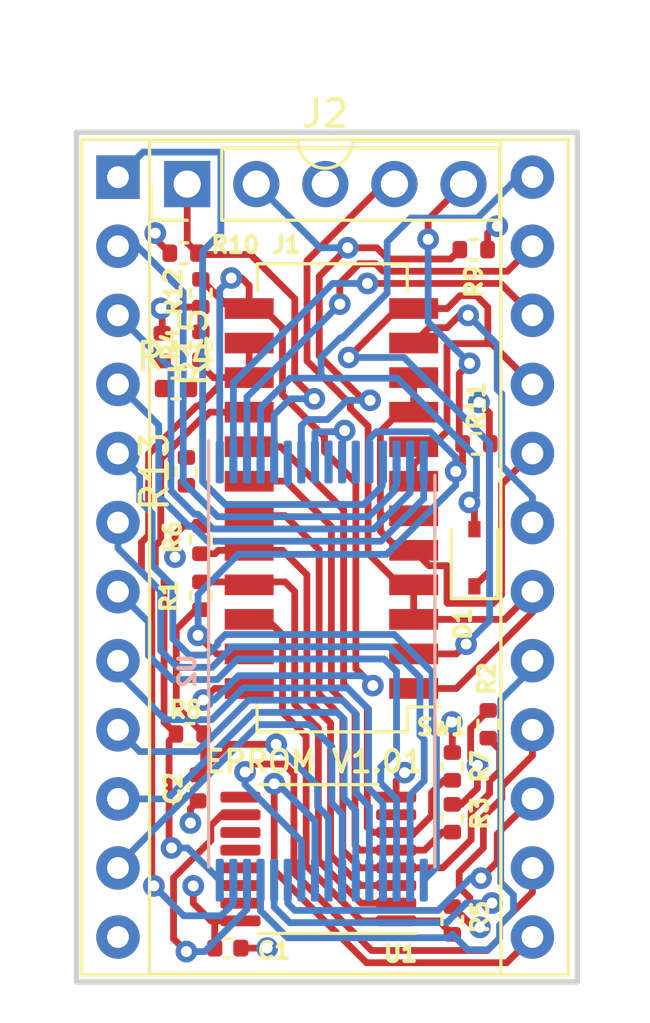
<source format=kicad_pcb>
(kicad_pcb (version 20211014) (generator pcbnew)

  (general
    (thickness 1.6)
  )

  (paper "A4")
  (title_block
    (title "EPROM Replacer")
    (date "2022-09-24")
    (rev "1.01")
  )

  (layers
    (0 "F.Cu" signal)
    (1 "In1.Cu" signal)
    (2 "In2.Cu" signal)
    (31 "B.Cu" signal)
    (32 "B.Adhes" user "B.Adhesive")
    (33 "F.Adhes" user "F.Adhesive")
    (34 "B.Paste" user)
    (35 "F.Paste" user)
    (36 "B.SilkS" user "B.Silkscreen")
    (37 "F.SilkS" user "F.Silkscreen")
    (38 "B.Mask" user)
    (39 "F.Mask" user)
    (40 "Dwgs.User" user "User.Drawings")
    (41 "Cmts.User" user "User.Comments")
    (42 "Eco1.User" user "User.Eco1")
    (43 "Eco2.User" user "User.Eco2")
    (44 "Edge.Cuts" user)
    (45 "Margin" user)
    (46 "B.CrtYd" user "B.Courtyard")
    (47 "F.CrtYd" user "F.Courtyard")
    (48 "B.Fab" user)
    (49 "F.Fab" user)
    (50 "User.1" user)
    (51 "User.2" user)
    (52 "User.3" user)
    (53 "User.4" user)
    (54 "User.5" user)
    (55 "User.6" user)
    (56 "User.7" user)
    (57 "User.8" user)
    (58 "User.9" user)
  )

  (setup
    (stackup
      (layer "F.SilkS" (type "Top Silk Screen"))
      (layer "F.Paste" (type "Top Solder Paste"))
      (layer "F.Mask" (type "Top Solder Mask") (thickness 0.01))
      (layer "F.Cu" (type "copper") (thickness 0.035))
      (layer "dielectric 1" (type "core") (thickness 0.48) (material "FR4") (epsilon_r 4.5) (loss_tangent 0.02))
      (layer "In1.Cu" (type "copper") (thickness 0.035))
      (layer "dielectric 2" (type "prepreg") (thickness 0.48) (material "FR4") (epsilon_r 4.5) (loss_tangent 0.02))
      (layer "In2.Cu" (type "copper") (thickness 0.035))
      (layer "dielectric 3" (type "core") (thickness 0.48) (material "FR4") (epsilon_r 4.5) (loss_tangent 0.02))
      (layer "B.Cu" (type "copper") (thickness 0.035))
      (layer "B.Mask" (type "Bottom Solder Mask") (thickness 0.01))
      (layer "B.Paste" (type "Bottom Solder Paste"))
      (layer "B.SilkS" (type "Bottom Silk Screen"))
      (copper_finish "None")
      (dielectric_constraints no)
    )
    (pad_to_mask_clearance 0)
    (grid_origin 112.1156 90.3224)
    (pcbplotparams
      (layerselection 0x00010fc_ffffffff)
      (disableapertmacros false)
      (usegerberextensions false)
      (usegerberattributes true)
      (usegerberadvancedattributes true)
      (creategerberjobfile true)
      (svguseinch false)
      (svgprecision 6)
      (excludeedgelayer true)
      (plotframeref false)
      (viasonmask false)
      (mode 1)
      (useauxorigin false)
      (hpglpennumber 1)
      (hpglpenspeed 20)
      (hpglpendiameter 15.000000)
      (dxfpolygonmode true)
      (dxfimperialunits true)
      (dxfusepcbnewfont true)
      (psnegative false)
      (psa4output false)
      (plotreference true)
      (plotvalue true)
      (plotinvisibletext false)
      (sketchpadsonfab false)
      (subtractmaskfromsilk false)
      (outputformat 1)
      (mirror false)
      (drillshape 1)
      (scaleselection 1)
      (outputdirectory "")
    )
  )

  (net 0 "")
  (net 1 "/A7")
  (net 2 "/A6")
  (net 3 "/A5")
  (net 4 "/A4")
  (net 5 "/A3")
  (net 6 "/A2")
  (net 7 "/A1")
  (net 8 "/A0")
  (net 9 "/D0")
  (net 10 "/D1")
  (net 11 "/D2")
  (net 12 "GND")
  (net 13 "/D3")
  (net 14 "/D4")
  (net 15 "/D5")
  (net 16 "/D6")
  (net 17 "/D7")
  (net 18 "/PIN18")
  (net 19 "/PIN19")
  (net 20 "/PIN20")
  (net 21 "/PIN21")
  (net 22 "/A9")
  (net 23 "/A8")
  (net 24 "/A13")
  (net 25 "+5V")
  (net 26 "Net-(R1-Pad2)")
  (net 27 "Net-(R2-Pad2)")
  (net 28 "Net-(R3-Pad2)")
  (net 29 "/A10")
  (net 30 "Net-(R5-Pad2)")
  (net 31 "Net-(R6-Pad2)")
  (net 32 "Net-(R7-Pad2)")
  (net 33 "/~{OE}")
  (net 34 "/~{WE}")
  (net 35 "/A14")
  (net 36 "/A12")
  (net 37 "/A11")
  (net 38 "/~{CE}")
  (net 39 "unconnected-(U1-Pad7)")
  (net 40 "unconnected-(U1-Pad9)")
  (net 41 "unconnected-(U1-Pad11)")
  (net 42 "unconnected-(U1-Pad12)")
  (net 43 "unconnected-(U1-Pad13)")
  (net 44 "unconnected-(U1-Pad14)")
  (net 45 "unconnected-(U1-Pad15)")
  (net 46 "unconnected-(U2-Pad9)")
  (net 47 "Net-(U2-Pad6)")
  (net 48 "Net-(U2-Pad10)")
  (net 49 "Net-(U2-Pad11)")

  (footprint "Resistor_SMD:R_0402_1005Metric" (layer "F.Cu") (at 103.4796 100.2284 180))

  (footprint "Package_SO:TSSOP-16_4.4x5mm_P0.65mm" (layer "F.Cu") (at 108.204 104.8258 180))

  (footprint "Resistor_SMD:R_0402_1005Metric" (layer "F.Cu") (at 103.886 85.9536 -90))

  (footprint "Capacitor_SMD:C_0402_1005Metric" (layer "F.Cu") (at 103.7844 102.2096 90))

  (footprint "Connector_PinHeader_2.54mm:PinHeader_1x05_P2.54mm_Vertical" (layer "F.Cu") (at 103.383 80.01 90))

  (footprint "Resistor_SMD:R_0402_1005Metric" (layer "F.Cu") (at 114.4524 99.8728 -90))

  (footprint "Resistor_SMD:R_0402_1005Metric" (layer "F.Cu") (at 113.919 82.423 180))

  (footprint "Resistor_SMD:R_0402_1005Metric" (layer "F.Cu") (at 102.9716 87.5284))

  (footprint "Resistor_SMD:R_0402_1005Metric" (layer "F.Cu") (at 103.886 84.0232 90))

  (footprint "Resistor_SMD:R_0402_1005Metric" (layer "F.Cu") (at 103.3526 90.5744 90))

  (footprint "Resistor_SMD:R_0402_1005Metric" (layer "F.Cu") (at 103.253 82.55))

  (footprint "Resistor_SMD:R_0402_1005Metric" (layer "F.Cu") (at 113.1316 103.3272 -90))

  (footprint "Diode_SMD:D_SOD-323" (layer "F.Cu") (at 113.9444 93.7514 90))

  (footprint "Resistor_SMD:R_0402_1005Metric" (layer "F.Cu") (at 114.0206 89.5604 180))

  (footprint "Package_DIP:DIP-24_W15.24mm_Socket" (layer "F.Cu") (at 100.838 79.756))

  (footprint "Resistor_SMD:R_0402_1005Metric" (layer "F.Cu") (at 103.886 95.1484 90))

  (footprint "Capacitor_SMD:C_0402_1005Metric" (layer "F.Cu") (at 104.8766 108.1024))

  (footprint "eprom_replacer:SW_DIP_SPSTx12_Slide_CTS_12LPSTJR_W5.8mm_P1.27mm_JPin" (layer "F.Cu") (at 108.662 91.5916 180))

  (footprint "Resistor_SMD:R_0402_1005Metric" (layer "F.Cu") (at 113.1316 107.0864 -90))

  (footprint "Resistor_SMD:R_0402_1005Metric" (layer "F.Cu") (at 102.4636 86.0044 -90))

  (footprint "Resistor_SMD:R_0402_1005Metric" (layer "F.Cu") (at 103.886 93.091 -90))

  (footprint "Resistor_SMD:R_0402_1005Metric" (layer "F.Cu") (at 113.1316 101.4222 -90))

  (footprint "Package_SO:TSOP-I-32_14.4x8mm_P0.5mm" (layer "B.Cu") (at 108.331 97.917 -90))

  (gr_line (start 117.729 78.105) (end 117.729 109.347) (layer "Edge.Cuts") (width 0.2) (tstamp 299d3d64-38fb-4e06-8159-8867620c2cc0))
  (gr_line (start 117.729 109.347) (end 99.314 109.347) (layer "Edge.Cuts") (width 0.2) (tstamp 4e763a3f-573a-4ee2-b971-1778ef91e645))
  (gr_line (start 99.314 109.347) (end 99.314 78.105) (layer "Edge.Cuts") (width 0.2) (tstamp 631094f5-1f81-48ce-bbc7-feaf9b1c3b46))
  (gr_line (start 99.314 78.105) (end 117.729 78.105) (layer "Edge.Cuts") (width 0.2) (tstamp def0636e-8e49-4856-9039-39d8e59d1566))
  (gr_text "EPROM V1.01" (at 108.0516 101.2444) (layer "F.SilkS") (tstamp 1a1a5da3-2ed4-4f25-940c-8e5a36875189)
    (effects (font (size 0.8 0.8) (thickness 0.15)))
  )

  (segment (start 110.581 90.2295) (end 110.556 90.2545) (width 0.25) (layer "B.Cu") (net 1) (tstamp 02409ddb-8dbe-407e-a2b9-ff02355fa9fd))
  (segment (start 110.556 90.2545) (end 110.556 91.107685) (width 0.25) (layer "B.Cu") (net 1) (tstamp 0c48002d-a163-4b8f-bd2f-6b2a3f070e2e))
  (segment (start 104.6226 78.835) (end 101.759 78.835) (width 0.25) (layer "B.Cu") (net 1) (tstamp 3398f0e9-332f-4769-9601-82a84f923b3f))
  (segment (start 103.9501 82.4859) (end 104.6226 81.8134) (width 0.25) (layer "B.Cu") (net 1) (tstamp 34e4ba66-e80d-40ca-a32f-a875782247ac))
  (segment (start 110.556 91.107685) (end 109.872184 91.791501) (width 0.25) (layer "B.Cu") (net 1) (tstamp 420ea947-fa8c-4818-90b7-27ff4743f678))
  (segment (start 109.872184 91.791501) (end 104.789816 91.791501) (width 0.25) (layer "B.Cu") (net 1) (tstamp 76e65846-9b1b-40f1-a710-7ff592a772e6))
  (segment (start 103.9501 90.951785) (end 103.9501 82.4859) (width 0.25) (layer "B.Cu") (net 1) (tstamp 92e0b7a4-1263-4a3e-8244-bbb2e3182cbc))
  (segment (start 101.759 78.835) (end 100.838 79.756) (width 0.25) (layer "B.Cu") (net 1) (tstamp 9449bf40-2b27-4fb2-97c5-a14a65c51d9c))
  (segment (start 104.6226 81.8134) (end 104.6226 78.835) (width 0.25) (layer "B.Cu") (net 1) (tstamp ce3d5b54-c190-4035-87b5-f3ddc23adc0d))
  (segment (start 104.789816 91.791501) (end 103.9501 90.951785) (width 0.25) (layer "B.Cu") (net 1) (tstamp d0d5ee63-a4ed-4e6f-a626-cb3d8fc96b96))
  (segment (start 103.8606 91.5924) (end 103.235602 90.967402) (width 0.25) (layer "B.Cu") (net 2) (tstamp 0fd1f17c-553a-4255-a6d1-d78f643bd3d2))
  (segment (start 104.509701 92.241501) (end 103.8606 91.5924) (width 0.25) (layer "B.Cu") (net 2) (tstamp 1bcaa45e-a5a4-42f0-a766-63a84d0fa42b))
  (segment (start 110.930501 91.368874) (end 110.930501 91.36958) (width 0.25) (layer "B.Cu") (net 2) (tstamp 267083d9-3e83-41d9-ad8f-c2d1ddfeaa3c))
  (segment (start 103.235602 90.967402) (end 103.235602 83.982402) (width 0.25) (layer "B.Cu") (net 2) (tstamp 327a882a-8eae-48ee-873d-58bd17dee23d))
  (segment (start 102.3995 83.1463) (end 101.5492 82.296) (width 0.25) (layer "B.Cu") (net 2) (tstamp 40b0fdce-bc97-40f9-a96c-c52546ffb604))
  (segment (start 110.930501 91.36958) (end 110.05858 92.241501) (width 0.25) (layer "B.Cu") (net 2) (tstamp 4e447d3c-4216-4fbf-8762-f448e7106bc1))
  (segment (start 111.081 91.082685) (end 111.005501 91.158184) (width 0.25) (layer "B.Cu") (net 2) (tstamp 57ff2ea9-24e2-4dea-ab24-e176bdd804ef))
  (segment (start 111.005501 91.158184) (end 111.005501 91.293874) (width 0.25) (layer "B.Cu") (net 2) (tstamp 7ac691b8-f941-48fa-b2bc-240e52dd4866))
  (segment (start 103.235602 83.982402) (end 102.3995 83.1463) (width 0.25) (layer "B.Cu") (net 2) (tstamp 9e54e5f4-5f3b-401b-9455-90ac9f35fd8e))
  (segment (start 111.005501 91.293874) (end 110.930501 91.368874) (width 0.25) (layer "B.Cu") (net 2) (tstamp aca19beb-307b-495d-a38d-7f83f42f9afe))
  (segment (start 110.05858 92.241501) (end 104.509701 92.241501) (width 0.25) (layer "B.Cu") (net 2) (tstamp bd3d06cf-85a8-4e8e-b3f9-60e43f24e9f7))
  (segment (start 111.081 90.2295) (end 111.081 91.082685) (width 0.25) (layer "B.Cu") (net 2) (tstamp cf3c9feb-82b1-4456-847b-89190cbc7712))
  (segment (start 101.5492 82.296) (end 100.838 82.296) (width 0.25) (layer "B.Cu") (net 2) (tstamp ef09b7f5-2225-4589-98c1-e6ab6bdcb4df))
  (segment (start 102.786101 86.784101) (end 100.838 84.836) (width 0.25) (layer "B.Cu") (net 3) (tstamp 0bdba318-d0eb-4f06-8612-94ec693e83a6))
  (segment (start 103.655097 92.148897) (end 102.786101 91.279901) (width 0.25) (layer "B.Cu") (net 3) (tstamp 10e9a790-e442-40ac-96ff-f42b420fc1a9))
  (segment (start 102.786101 91.279901) (end 102.786101 86.784101) (width 0.25) (layer "B.Cu") (net 3) (tstamp 41b7191d-a883-483d-8c2f-8b7be0fbddd5))
  (segment (start 103.781407 92.148897) (end 103.655097 92.148897) (width 0.25) (layer "B.Cu") (net 3) (tstamp 45a4fb12-b1d9-4a4c-ad1d-88c0ef8b6428))
  (segment (start 104.323512 92.691002) (end 103.781407 92.148897) (width 0.25) (layer "B.Cu") (net 3) (tstamp 862a67b8-1647-4cd0-93f8-b6568cdad409))
  (segment (start 111.581 91.354771) (end 110.244769 92.691002) (width 0.25) (layer "B.Cu") (net 3) (tstamp 97e2f411-c4cb-4b9f-87f4-ac5111ae9846))
  (segment (start 110.244769 92.691002) (end 104.323512 92.691002) (width 0.25) (layer "B.Cu") (net 3) (tstamp a1767221-e2ce-4722-b4c0-bc948fb83c1c))
  (segment (start 111.581 90.2295) (end 111.581 91.354771) (width 0.25) (layer "B.Cu") (net 3) (tstamp f1a14374-c992-4d06-9eda-a1502205e162))
  (segment (start 110.514567 93.140503) (end 112.081 91.57407) (width 0.25) (layer "B.Cu") (net 4) (tstamp 138fa6aa-32b1-4009-ae7d-ea3d4f254718))
  (segment (start 103.595218 92.598398) (end 104.137323 93.140503) (width 0.25) (layer "B.Cu") (net 4) (tstamp 2ebabfb6-a4d3-4db0-b3a5-a31352822743))
  (segment (start 102.3366 88.8746) (end 102.3366 91.483638) (width 0.25) (layer "B.Cu") (net 4) (tstamp 94d5bee2-7ac4-4bb9-b7f8-4f4107f0384e))
  (segment (start 104.137323 93.140503) (end 110.514567 93.140503) (width 0.25) (layer "B.Cu") (net 4) (tstamp a1d7e6c7-dca1-4820-8d92-dba0000e49ea))
  (segment (start 102.3366 91.483638) (end 103.45136 92.598398) (width 0.25) (layer "B.Cu") (net 4) (tstamp c379ca6d-376e-40cc-9b21-962639c944e1))
  (segment (start 103.45136 92.598398) (end 103.595218 92.598398) (width 0.25) (layer "B.Cu") (net 4) (tstamp e74e9b1e-3b0b-4212-91f7-621ee03ac0de))
  (segment (start 112.081 91.57407) (end 112.081 90.2295) (width 0.25) (layer "B.Cu") (net 4) (tstamp f916e504-af65-40d1-9e96-18340837dbcc))
  (segment (start 100.838 87.376) (end 102.3366 88.8746) (width 0.25) (layer "B.Cu") (net 4) (tstamp ff272e17-cca4-4964-818d-ec57039a85c1))
  (segment (start 102.094741 92.12175) (end 102.094741 94.026138) (width 0.25) (layer "B.Cu") (net 5) (tstamp 05689c2a-eda6-43c7-8cb1-c24b85a5ad6e))
  (segment (start 112.548493 105.137007) (end 112.081 105.6045) (width 0.25) (layer "B.Cu") (net 5) (tstamp 17b27dcc-8d7f-46ea-b2d5-32758399af95))
  (segment (start 100.838 89.916) (end 101.637999 90.715999) (width 0.25) (layer "B.Cu") (net 5) (tstamp 1b69834f-09d2-4e16-9037-0a158fd330a0))
  (segment (start 111.000098 96.572898) (end 112.390947 97.963747) (width 0.25) (layer "B.Cu") (net 5) (tstamp 2071177b-ec28-4ff3-8945-a7bc21eb315f))
  (segment (start 102.8567 96.729369) (end 103.455402 97.328071) (width 0.25) (layer "B.Cu") (net 5) (tstamp 2132b662-59e5-458f-b0fa-2d36b00117de))
  (segment (start 101.637999 90.715999) (end 101.637999 91.665008) (width 0.25) (layer "B.Cu") (net 5) (tstamp 2757e4b5-a848-4103-a841-cf0999702929))
  (segment (start 103.455402 97.328071) (end 104.111126 97.328071) (width 0.25) (layer "B.Cu") (net 5) (tstamp 27a765cc-3bc8-4296-92c6-fab86083977d))
  (segment (start 104.507764 96.851731) (end 104.786597 96.572898) (width 0.25) (layer "B.Cu") (net 5) (tstamp 28f4dd74-3359-4485-85b2-bacc462d7097))
  (segment (start 112.390947 97.963747) (end 112.390947 100.093185) (width 0.25) (layer "B.Cu") (net 5) (tstamp 4ea8267a-3446-4b32-8c55-4adfa62eeb95))
  (segment (start 104.507764 96.931433) (end 104.507764 96.851731) (width 0.25) (layer "B.Cu") (net 5) (tstamp 52e7badf-5732-46ac-afd3-413740ad8c88))
  (segment (start 102.8567 94.788097) (end 102.8567 96.729369) (width 0.25) (layer "B.Cu") (net 5) (tstamp 592655c1-8fc6-4813-9aad-d089a2f11d88))
  (segment (start 102.094741 94.026138) (end 102.8567 94.788097) (width 0.25) (layer "B.Cu") (net 5) (tstamp 68cfffd5-b8d7-49c6-b32b-55e9c9f58546))
  (segment (start 112.390947 100.093185) (end 112.548493 100.250731) (width 0.25) (layer "B.Cu") (net 5) (tstamp 6c2424dc-ee7c-45f1-ada0-ec29953017c0))
  (segment (start 101.637999 91.665008) (end 102.094741 92.12175) (width 0.25) (layer "B.Cu") (net 5) (tstamp 754b5b41-2d3c-4ae2-989d-996588324893))
  (segment (start 104.786597 96.572898) (end 111.000098 96.572898) (width 0.25) (layer "B.Cu") (net 5) (tstamp dc04fd58-4694-4198-a123-758c104bc0fd))
  (segment (start 112.548493 100.250731) (end 112.548493 105.137007) (width 0.25) (layer "B.Cu") (net 5) (tstamp fe19c5cf-fe29-4e56-bfbd-06104593ed97))
  (segment (start 104.111126 97.328071) (end 104.507764 96.931433) (width 0.25) (layer "B.Cu") (net 5) (tstamp feb26995-e172-49dc-b116-e371b98edefd))
  (segment (start 111.581 102.468531) (end 112.098992 101.950539) (width 0.25) (layer "B.Cu") (net 6) (tstamp 181303c3-6c52-4d2a-8faa-fe5c65972f29))
  (segment (start 104.972786 97.022399) (end 104.957265 97.03792) (width 0.25) (layer "B.Cu") (net 6) (tstamp 1fe7b735-5e25-45c4-bece-f858b30cc2ed))
  (segment (start 104.957265 97.03792) (end 104.957265 97.117622) (width 0.25) (layer "B.Cu") (net 6) (tstamp 3797ae13-7cc5-4148-a519-c9d19f64ac67))
  (segment (start 103.026084 97.777572) (end 102.407199 97.158687) (width 0.25) (layer "B.Cu") (net 6) (tstamp 446ed0e3-6e70-4b9c-aaff-f2944818c446))
  (segment (start 102.407199 94.974286) (end 100.838 93.405087) (width 0.25) (layer "B.Cu") (net 6) (tstamp 7c684e77-0851-4e8d-b2e6-1d250eeed750))
  (segment (start 112.098992 100.43692) (end 111.941446 100.279374) (width 0.25) (layer "B.Cu") (net 6) (tstamp 8487a2e3-8a0e-48d2-8dcd-418d3feb255f))
  (segment (start 111.941446 100.279374) (end 111.941446 98.149936) (width 0.25) (layer "B.Cu") (net 6) (tstamp 9a61b6e4-50da-4655-8e6a-e2418d4e9a48))
  (segment (start 111.581 105.6045) (end 111.581 102.468531) (width 0.25) (layer "B.Cu") (net 6) (tstamp a1ddf85c-aec8-478c-a992-c55c2e68908f))
  (segment (start 104.297315 97.777572) (end 103.026084 97.777572) (width 0.25) (layer "B.Cu") (net 6) (tstamp a2ffa1a2-d678-471b-bea3-aa34b88f3b24))
  (segment (start 100.838 93.405087) (end 100.838 92.456) (width 0.25) (layer "B.Cu") (net 6) (tstamp a614b55d-757c-4243-972e-4d4780c4fdf8))
  (segment (start 112.098992 101.950539) (end 112.098992 100.43692) (width 0.25) (layer "B.Cu") (net 6) (tstamp ae54725d-1d53-4f37-85cb-b53127299c8e))
  (segment (start 110.813909 97.022399) (end 104.972786 97.022399) (width 0.25) (layer "B.Cu") (net 6) (tstamp d5106334-3abb-4806-88eb-aa9565f1d8db))
  (segment (start 104.957265 97.117622) (end 104.297315 97.777572) (width 0.25) (layer "B.Cu") (net 6) (tstamp dddb22eb-5c47-4bd3-8a15-f66093cecfdf))
  (segment (start 111.941446 98.149936) (end 110.813909 97.022399) (width 0.25) (layer "B.Cu") (net 6) (tstamp e8860ace-ac85-4e58-8efd-6de2ccbc1bd5))
  (segment (start 102.407199 97.158687) (end 102.407199 94.974286) (width 0.25) (layer "B.Cu") (net 6) (tstamp f79f5051-3098-4df7-a184-87b036996934))
  (segment (start 110.5021 102.038335) (end 111.081 102.617235) (width 0.25) (layer "B.Cu") (net 7) (tstamp 00762eea-3502-4628-af8e-79903693ceb6))
  (segment (start 101.957698 97.344876) (end 102.839895 98.227073) (width 0.25) (layer "B.Cu") (net 7) (tstamp 2138cf66-c887-4e55-a2bd-cf533f07cd7d))
  (segment (start 111.081 97.92518) (end 111.081 100.873402) (width 0.25) (layer "B.Cu") (net 7) (tstamp 39dd2ce8-f1d7-4642-8ba9-0637dd72c414))
  (segment (start 110.62772 97.4719) (end 111.081 97.92518) (width 0.25) (layer "B.Cu") (net 7) (tstamp 47015c8f-10cc-4efc-8e57-e505f9ee43a4))
  (segment (start 101.957698 96.115698) (end 101.957698 97.344876) (width 0.25) (layer "B.Cu") (net 7) (tstamp 5c3dff5d-2798-4246-95b7-71393b779b13))
  (segment (start 111.081 102.617235) (end 111.081 105.6045) (width 0.25) (layer "B.Cu") (net 7) (tstamp 63de2e7f-c362-476b-81d9-3f54326531b0))
  (segment (start 105.238677 97.4719) (end 110.62772 97.4719) (width 0.25) (layer "B.Cu") (net 7) (tstamp 688c9ef5-7a9b-4da6-839b-8dff5cdeab4e))
  (segment (start 104.483504 98.227073) (end 105.238677 97.4719) (width 0.25) (layer "B.Cu") (net 7) (tstamp 69102810-c0a6-4c7a-a652-6b17765ad27e))
  (segment (start 102.839895 98.227073) (end 104.483504 98.227073) (width 0.25) (layer "B.Cu") (net 7) (tstamp 736277db-a19f-450a-a16a-8827deea15e8))
  (segment (start 110.5021 101.452302) (end 110.5021 102.038335) (width 0.25) (layer "B.Cu") (net 7) (tstamp 7bcdf2ca-5e75-40f3-9240-cd57675011f9))
  (segment (start 100.838 94.996) (end 101.957698 96.115698) (width 0.25) (layer "B.Cu") (net 7) (tstamp 8b96bfd2-118e-4c46-a49b-5717977e289a))
  (segment (start 111.081 100.873402) (end 110.5021 101.452302) (width 0.25) (layer "B.Cu") (net 7) (tstamp c3e921d0-b6cd-4f80-92e8-ce46246f109a))
  (segment (start 110.328505 102.50043) (end 110.328505 102.514593) (width 0.25) (layer "B.Cu") (net 8) (tstamp 0aea0451-bba4-402d-9a37-49cbeaac4733))
  (segment (start 110.052599 99.316997) (end 110.052599 102.224524) (width 0.25) (layer "B.Cu") (net 8) (tstamp 22dee471-60f6-4203-b684-a51877654971))
  (segment (start 102.574037 99.703837) (end 104.284514 99.703837) (width 0.25) (layer "B.Cu") (net 8) (tstamp 25ebf662-9b39-4d58-b43c-6f1a8f7718c5))
  (segment (start 100.838 97.9678) (end 102.574037 99.703837) (width 0.25) (layer "B.Cu") (net 8) (tstamp 3b3dcaa3-5fb5-483e-be54-2355846b894f))
  (segment (start 105.451954 98.536397) (end 109.271999 98.536397) (width 0.25) (layer "B.Cu") (net 8) (tstamp 51e7f789-461e-487c-84cf-bcb966c422dc))
  (segment (start 110.328505 102.514593) (end 110.581 102.767088) (width 0.25) (layer "B.Cu") (net 8) (tstamp 98dbb151-715a-4b9b-a783-048af066610a))
  (segment (start 104.284514 99.703837) (end 105.451954 98.536397) (width 0.25) (layer "B.Cu") (net 8) (tstamp ba775978-61ab-4bbe-9174-9a9b67d30897))
  (segment (start 109.271999 98.536397) (end 110.052599 99.316997) (width 0.25) (layer "B.Cu") (net 8) (tstamp bd46e29a-7f5a-4976-a7f0-2f82eced3aa0))
  (segment (start 110.581 102.767088) (end 110.581 105.6045) (width 0.25) (layer "B.Cu") (net 8) (tstamp c9e50fbc-6d6d-4750-88d6-ad6b8f16f924))
  (segment (start 100.838 97.536) (end 100.838 97.9678) (width 0.25) (layer "B.Cu") (net 8) (tstamp f787cc20-cbc2-499b-baa6-26c52c9d8811))
  (segment (start 110.052599 102.224524) (end 110.328505 102.50043) (width 0.25) (layer "B.Cu") (net 8) (tstamp f8b6d2f5-06c7-42cb-8984-b6ce03011baf))
  (segment (start 109.603098 99.503186) (end 109.08581 98.985898) (width 0.25) (layer "B.Cu") (net 9) (tstamp 043bc728-de23-4a12-b22e-b8a6cc6fad61))
  (segment (start 109.603098 102.410713) (end 109.603098 99.503186) (width 0.25) (layer "B.Cu") (net 9) (tstamp 07442d9d-c332-4751-b1be-9e2a4f6f4b62))
  (segment (start 110.081 102.902778) (end 109.879004 102.700782) (width 0.25) (layer "B.Cu") (net 9) (tstamp 3517fd7a-7de8-4427-ac83-4db8d70abc36))
  (segment (start 101.637999 100.875999) (end 100.838 100.076) (width 0.25) (layer "B.Cu") (net 9) (tstamp 443dda77-0d10-4c5e-82c8-a5e8d28fab08))
  (segment (start 109.879004 102.700782) (end 109.879004 102.686619) (width 0.25) (layer "B.Cu") (net 9) (tstamp 4cf4bb1e-0bd8-41c4-a5f4-73b654c11641))
  (segment (start 109.879004 102.686619) (end 109.603098 102.410713) (width 0.25) (layer "B.Cu") (net 9) (tstamp 6d8fada5-a409-41ff-854d-548b48a8a19c))
  (segment (start 110.081 105.6045) (end 110.081 102.902778) (width 0.25) (layer "B.Cu") (net 9) (tstamp 9d415059-023e-4472-847a-20b904c371db))
  (segment (start 109.08581 98.985898) (end 105.638143 98.985898) (width 0.25) (layer "B.Cu") (net 9) (tstamp 9d911634-0da8-45f3-b8a5-1576ad04cb86))
  (segment (start 105.638143 98.985898) (end 103.748042 100.875999) (width 0.25) (layer "B.Cu") (net 9) (tstamp ab7c11dd-1330-4c85-ab32-42cdaea7c488))
  (segment (start 103.748042 100.875999) (end 101.637999 100.875999) (width 0.25) (layer "B.Cu") (net 9) (tstamp bb38f8b1-cca5-4533-8171-3fc166791a1b))
  (segment (start 109.429503 102.872808) (end 109.153597 102.596902) (width 0.25) (layer "B.Cu") (net 10) (tstamp 3bd48b54-a436-417b-8ce2-cb32ef2a22ef))
  (segment (start 109.429503 102.886971) (end 109.429503 102.872808) (width 0.25) (layer "B.Cu") (net 10) (tstamp 77f6c4a3-706e-4083-8aba-02d359324925))
  (segment (start 109.153597 102.596902) (end 109.153597 99.689375) (width 0.25) (layer "B.Cu") (net 10) (tstamp 8ee6b225-63a5-431f-ba98-d3ace79d42bf))
  (segment (start 109.153597 99.689375) (end 108.899621 99.435399) (width 0.25) (layer "B.Cu") (net 10) (tstamp 9c42e792-4d91-46a7-a738-797e3f20e0b2))
  (segment (start 102.643731 102.616) (end 100.838 102.616) (width 0.25) (layer "B.Cu") (net 10) (tstamp 9d350d10-de66-4e49-851b-605472662f7d))
  (segment (start 109.581 103.038468) (end 109.429503 102.886971) (width 0.25) (layer "B.Cu") (net 10) (tstamp b40ac6c8-1f32-43a5-8a3f-dc001dec421d))
  (segment (start 109.581 105.6045) (end 109.581 103.038468) (width 0.25) (layer "B.Cu") (net 10) (tstamp b4bd6453-5614-4e22-822d-ed2ea2e90782))
  (segment (start 108.899621 99.435399) (end 105.824332 99.435399) (width 0.25) (layer "B.Cu") (net 10) (tstamp c516f960-6735-4c1a-904f-49b36a646718))
  (segment (start 105.824332 99.435399) (end 102.643731 102.616) (width 0.25) (layer "B.Cu") (net 10) (tstamp f4ee7142-371f-42c9-8f23-bfe4944efdec))
  (segment (start 108.980002 103.058997) (end 108.704096 102.783091) (width 0.25) (layer "B.Cu") (net 11) (tstamp 02d870ef-8077-48cd-8d16-6c5c519278dd))
  (segment (start 108.704096 100.707546) (end 107.88145 99.8849) (width 0.25) (layer "B.Cu") (net 11) (tstamp 2e4cb5df-3b68-42c1-8ccd-1a6dce0a077b))
  (segment (start 109.081 103.174158) (end 108.980002 103.07316) (width 0.25) (layer "B.Cu") (net 11) (tstamp 6cee8531-9a95-4861-a990-02fcad592cbc))
  (segment (start 109.081 105.6045) (end 109.081 103.174158) (width 0.25) (layer "B.Cu") (net 11) (tstamp 8dad8acb-528c-4764-8c49-98cc9ab80178))
  (segment (start 106.010521 99.8849) (end 100.838 105.057421) (width 0.25) (layer "B.Cu") (net 11) (tstamp 9c9f809f-c6b0-4742-9589-ddc3d1e227f0))
  (segment (start 107.88145 99.8849) (end 106.010521 99.8849) (width 0.25) (layer "B.Cu") (net 11) (tstamp 9d644a4c-970c-4694-8e70-137671f99a51))
  (segment (start 108.980002 103.07316) (end 108.980002 103.058997) (width 0.25) (layer "B.Cu") (net 11) (tstamp cb5aa50c-64fc-4421-806c-85d80e57a2e0))
  (segment (start 100.838 105.057421) (end 100.838 105.156) (width 0.25) (layer "B.Cu") (net 11) (tstamp deeb31b6-2edf-4480-9a35-3e22124c7e2c))
  (segment (start 108.704096 102.783091) (end 108.704096 100.707546) (width 0.25) (layer "B.Cu") (net 11) (tstamp df023fec-b530-4c30-9850-40b7c307435b))
  (segment (start 111.0665 101.958433) (end 111.374492 101.650441) (width 0.25) (layer "F.Cu") (net 12) (tstamp 08531bbb-4eb7-42b8-b0fb-0d57be1fcfc7))
  (segment (start 111.0665 102.5508) (end 111.0665 101.958433) (width 0.25) (layer "F.Cu") (net 12) (tstamp 2276efc4-9103-4e9c-a128-3856b9015f5d))
  (segment (start 103.886 95.6584) (end 103.703837 95.6584) (width 0.25) (layer "F.Cu") (net 12) (tstamp 374fd69a-aa85-457f-a96a-cd61f5bc6e53))
  (segment (start 103.7844 101.7296) (end 103.9896 101.5244) (width 0.25) (layer "F.Cu") (net 12) (tstamp 44e89b91-c52c-4799-9dd8-3a2f9ccc9a54))
  (segment (start 113.8074 101.132297) (end 113.8074 100.0078) (width 0.25) (layer "F.Cu") (net 12) (tstamp 458c72ba-20be-45d1-9c1c-94e57d756aec))
  (segment (start 102.981602 99.220402) (end 103.9896 100.2284) (width 0.25) (layer "F.Cu") (net 12) (tstamp 4615e0d5-1966-4798-a20e-da4796e84682))
  (segment (start 105.3566 108.1024) (end 106.3244 108.1024) (width 0.25) (layer "F.Cu") (net 12) (tstamp 4ea550e9-e48f-41ca-9cbe-b559731579ed))
  (segment (start 114.053998 102.227002) (end 114.053998 101.388723) (width 0.25) (layer "F.Cu") (net 12) (tstamp 56f4d158-93d3-4cf7-84d5-0db1bccc07d2))
  (segment (start 103.9896 101.5244) (end 103.9896 100.2284) (width 0.25) (layer "F.Cu") (net 12) (tstamp 56f88419-97a0-4694-b76b-383223821838))
  (segment (start 103.703837 95.6584) (end 102.981602 96.380635) (width 0.25) (layer "F.Cu") (net 12) (tstamp 6dafd6ba-bd56-4af8-a70f-adc1e74dd3b6))
  (segment (start 113.4638 102.8172) (end 114.053998 102.227002) (width 0.25) (layer "F.Cu") (net 12) (tstamp 6e727174-14c4-46ad-8b03-5b4609be02bd))
  (segment (start 102.981602 96.380635) (end 102.981602 99.220402) (width 0.25) (layer "F.Cu") (net 12) (tstamp 8e5bbf6a-7c1e-44ab-841c-8210cc8604d6))
  (segment (start 103.7844 101.7296) (end 104.9046 100.6094) (width 0.25) (layer "F.Cu") (net 12) (tstamp 9260e014-817c-4c24-aa83-c755b6004c86))
  (segment (start 114.058912 101.383809) (end 113.8074 101.132297) (width 0.25) (layer "F.Cu") (net 12) (tstamp a75f1799-7c6b-40f7-8038-0f363cde89af))
  (segment (start 113.1316 102.8172) (end 113.4638 102.8172) (width 0.25) (layer "F.Cu") (net 12) (tstamp bc7186df-9bf0-4b39-b612-4ff06db9d3cc))
  (segment (start 114.053998 101.388723) (end 114.058912 101.383809) (width 0.25) (layer "F.Cu") (net 12) (tstamp c46430cb-5df9-4066-9362-e09a9da7902f))
  (segment (start 113.8074 100.0078) (end 114.4524 99.3628) (width 0.25) (layer "F.Cu") (net 12) (tstamp cf0ae69c-2b4f-436d-8bbd-4178e9f7dd0d))
  (segment (start 104.9046 100.6094) (end 106.6546 100.6094) (width 0.25) (layer "F.Cu") (net 12) (tstamp d7f05cc9-af99-4240-b484-c900a905d5e3))
  (via (at 106.3244 108.1024) (size 0.8) (drill 0.4) (layers "F.Cu" "B.Cu") (net 12) (tstamp 021d0ff0-4266-4263-8b4f-f6be54c67af9))
  (via (at 111.374492 101.650441) (size 0.8) (drill 0.4) (layers "F.Cu" "B.Cu") (net 12) (tstamp 0fec69c9-f8b0-4744-b0fb-306a927ba1f8))
  (via (at 106.6546 100.6094) (size 0.8) (drill 0.4) (layers "F.Cu" "B.Cu") (net 12) (tstamp d21b53f7-6522-4794-903c-5317146d104a))
  (via (at 114.058912 101.383809) (size 0.8) (drill 0.4) (layers "F.Cu" "B.Cu") (net 12) (tstamp e19d26f5-87dc-4fd6-851c-806d9fa71109))
  (segment (start 108.530501 103.245186) (end 108.1786 102.893285) (width 0.25) (layer "B.Cu") (net 12) (tstamp 096f7c11-fdd4-4c6b-b982-60ade00d83aa))
  (segment (start 108.1786 102.893285) (end 108.1786 102.1334) (width 0.25) (layer "B.Cu") (net 12) (tstamp 0baa15cc-1fcc-4058-a735-e25216fa76ce))
  (segment (start 108.581 105.6045) (end 108.581 103.309848) (width 0.25) (layer "B.Cu") (net 12) (tstamp 0c79e558-572d-48db-9d23-69db649fc257))
  (segment (start 108.530501 103.259349) (end 108.530501 103.245186) (width 0.25) (layer "B.Cu") (net 12) (tstamp 0f7428d0-76ae-4706-a10c-251df382f246))
  (segment (start 108.1786 102.1334) (end 106.6546 100.6094) (width 0.25) (layer "B.Cu") (net 12) (tstamp 42c61bc0-d59f-4d8e-9481-7a2152c77bfd))
  (segment (start 108.581 103.309848) (end 108.530501 103.259349) (width 0.25) (layer "B.Cu") (net 12) (tstamp 58e2ebac-ae26-4984-8d3a-20ee313fb9a4))
  (segment (start 115.133099 108.640901) (end 109.977813 108.640901) (width 0.25) (layer "F.Cu") (net 13) (tstamp 1e6f1eb3-3c95-42e2-86e3-44b6760ab3dd))
  (segment (start 109.977813 108.640901) (end 106.58245 105.245538) (width 0.25) (layer "F.Cu") (net 13) (tstamp 866a9e57-a802-489d-b026-11cba072ef83))
  (segment (start 116.078 107.696) (end 115.133099 108.640901) (width 0.25) (layer "F.Cu") (net 13) (tstamp b21906e2-42cd-4560-b240-88502efac218))
  (segment (start 106.58245 105.245538) (end 106.58245 102.0584) (width 0.25) (layer "F.Cu") (net 13) (tstamp d06721bc-ed41-4628-897c-92dba578525c))
  (via (at 106.58245 102.0584) (size 0.8) (drill 0.4) (layers "F.Cu" "B.Cu") (net 13) (tstamp dbc91598-64ac-4610-b98d-02835dcd2b6a))
  (segment (start 106.708025 102.0584) (end 106.58245 102.0584) (width 0.25) (layer "B.Cu") (net 13) (tstamp 25d9e2fc-34d7-439d-a730-b0745d45b5e2))
  (segment (start 108.081 103.431375) (end 106.708025 102.0584) (width 0.25) (layer "B.Cu") (net 13) (tstamp d3f35591-3fda-45b5-90d4-40b7da313baa))
  (segment (start 108.081 105.6045) (end 108.081 103.431375) (width 0.25) (layer "B.Cu") (net 13) (tstamp f03bc1ad-2a65-4d00-a266-6fb858ef335f))
  (segment (start 105.8031 101.3339) (end 105.5116 101.6254) (width 0.25) (layer "F.Cu") (net 14) (tstamp 1c6d77d4-b2db-4194-a8f7-0eea20dd8f7a))
  (segment (start 107.30745 101.706095) (end 106.935255 101.3339) (width 0.25) (layer "F.Cu") (net 14) (tstamp 3cbed0b5-b754-4e47-a6a4-18c24268b20d))
  (segment (start 110.164002 108.1914) (end 107.30745 105.334848) (width 0.25) (layer "F.Cu") (net 14) (tstamp 4291162c-39b5-4b51-8c8e-0217d76c62c3))
  (segment (start 116.078 106.053598) (end 114.8721 107.259498) (width 0.25) (layer "F.Cu") (net 14) (tstamp 6028c0f5-5a6a-4592-becc-cba0156aa1c6))
  (segment (start 107.30745 105.334848) (end 107.30745 101.706095) (width 0.25) (layer "F.Cu") (net 14) (tstamp 726efb6d-53c0-4019-9957-c70162bf945b))
  (segment (start 116.078 105.156) (end 116.078 106.053598) (width 0.25) (layer "F.Cu") (net 14) (tstamp 867671c1-e91f-4a4e-9de9-952fe9b4bd95))
  (segment (start 114.8721 107.259498) (end 114.8721 107.737364) (width 0.25) (layer "F.Cu") (net 14) (tstamp 87cf99d5-c5b7-4262-bb2d-977511a07686))
  (segment (start 106.935255 101.3339) (end 105.8031 101.3339) (width 0.25) (layer "F.Cu") (net 14) (tstamp a4f730b9-f07f-47d6-8077-5ce9150f5b50))
  (segment (start 114.418064 108.1914) (end 110.164002 108.1914) (width 0.25) (layer "F.Cu") (net 14) (tstamp e079eb2e-4155-499d-8c27-bcbc14da6bbe))
  (segment (start 114.8721 107.737364) (end 114.418064 108.1914) (width 0.25) (layer "F.Cu") (net 14) (tstamp f5f4a787-2044-4da2-b89d-9ac6c66f13ba))
  (via (at 105.5116 101.6254) (size 0.8) (drill 0.4) (layers "F.Cu" "B.Cu") (net 14) (tstamp b16befbb-dc42-4d86-8d07-2616e78c6ca4))
  (segment (start 107.581 104.16122) (end 105.5116 102.09182) (width 0.25) (layer "B.Cu") (net 14) (tstamp 092d245a-2c47-4ce7-b99c-d14d3b55d34e))
  (segment (start 107.581 105.6045) (end 107.581 104.16122) (width 0.25) (layer "B.Cu") (net 14) (tstamp 9d0db0bb-6eb1-430b-aa71-e5a976c315d1))
  (segment (start 105.5116 102.09182) (end 105.5116 101.6254) (width 0.25) (layer "B.Cu") (net 14) (tstamp d428b375-9077-4088-8c1a-905284e63e1a))
  (segment (start 116.078 102.616) (end 114.7826 103.9114) (width 0.25) (layer "F.Cu") (net 15) (tstamp 1b405825-c09e-4171-8cf8-9e1ca3e8bae4))
  (segment (start 114.7826 104.935998) (end 114.187636 105.530962) (width 0.25) (layer "F.Cu") (net 15) (tstamp 60d7e332-5c65-4db7-87b6-a0a81cc085cc))
  (segment (start 114.7826 103.9114) (end 114.7826 104.935998) (width 0.25) (layer "F.Cu") (net 15) (tstamp 9f971978-eda8-41c4-8e08-98ea083d175f))
  (via (at 114.187636 105.530962) (size 0.8) (drill 0.4) (layers "F.Cu" "B.Cu") (net 15) (tstamp f9b316cc-f027-4839-959d-cef2e6f8039b))
  (segment (start 107.340315 106.717) (end 112.612 106.717) (width 0.25) (layer "B.Cu") (net 15) (tstamp 4b5ff3b7-843e-4d6c-b762-ea03d1acb56c))
  (segment (start 112.612 106.717) (end 113.798038 105.530962) (width 0.25) (layer "B.Cu") (net 15) (tstamp 5bd4eb5a-ef26-4e05-955a-d45120b56575))
  (segment (start 107.081 105.6045) (end 107.081 106.457685) (width 0.25) (layer "B.Cu") (net 15) (tstamp c0ab4df6-4728-4395-abf6-42fe3beb7f5f))
  (segment (start 113.798038 105.530962) (end 114.187636 105.530962) (width 0.25) (layer "B.Cu") (net 15) (tstamp c4fe2ede-050e-45aa-8969-cc883ab94669))
  (segment (start 107.081 106.457685) (end 107.340315 106.717) (width 0.25) (layer "B.Cu") (net 15) (tstamp d5f4beab-bd7e-4ecd-adc5-3c27ad7c8d7f))
  (segment (start 113.3856 105.859862) (end 113.7766 106.250862) (width 0.25) (layer "F.Cu") (net 16) (tstamp 190d4c34-fd71-42fb-ad1f-d2769cc81267))
  (segment (start 113.3856 105.3084) (end 113.3856 105.859862) (width 0.25) (layer "F.Cu") (net 16) (tstamp 1c13bd6a-eefd-4b84-9d5a-8599d777feb9))
  (segment (start 114.2746 103.27778) (end 114.2746 104.4194) (width 0.25) (layer "F.Cu") (net 16) (tstamp 75a324a3-dfd9-4c3c-97e7-f1400947da76))
  (segment (start 114.2746 104.4194) (end 113.3856 105.3084) (width 0.25) (layer "F.Cu") (net 16) (tstamp a848539d-fb42-4dd2-802b-86e9cd12c4cb))
  (segment (start 116.078 100.076) (end 116.078 101.025009) (width 0.25) (layer "F.Cu") (net 16) (tstamp a8d2dba9-d32e-49b6-8fea-41938005e955))
  (segment (start 114.953 102.150009) (end 114.953 102.59938) (width 0.25) (layer "F.Cu") (net 16) (tstamp ae7095bd-7603-4894-bd1c-698d2ce61158))
  (segment (start 113.7766 106.445067) (end 114.59188 106.445067) (width 0.25) (layer "F.Cu") (net 16) (tstamp b4febdf4-5bc1-4efc-9a8c-8168fdde42dc))
  (segment (start 116.078 101.025009) (end 114.953 102.150009) (width 0.25) (layer "F.Cu") (net 16) (tstamp c0a2f717-df4a-4db5-b3c9-22f2aaabebd0))
  (segment (start 114.953 102.59938) (end 114.2746 103.27778) (width 0.25) (layer "F.Cu") (net 16) (tstamp dbed318b-6700-48fe-9843-d06cb9d3f706))
  (segment (start 113.7766 106.250862) (end 113.7766 106.445067) (width 0.25) (layer "F.Cu") (net 16) (tstamp e124ff16-4d88-43e8-92e7-fdb65239ff2a))
  (via (at 114.59188 106.445067) (size 0.8) (drill 0.4) (layers "F.Cu" "B.Cu") (net 16) (tstamp 7a374d8b-467e-4bb4-aadb-0e4b9cb7d8c6))
  (segment (start 106.581 106.593375) (end 107.154126 107.166501) (width 0.25) (layer "B.Cu") (net 16) (tstamp 010ec01d-5a11-441b-a2bb-e64201064fd0))
  (segment (start 113.645243 106.445067) (end 114.59188 106.445067) (width 0.25) (layer "B.Cu") (net 16) (tstamp 012f9031-7350-467a-87e1-43c97a4cd423))
  (segment (start 106.581 105.6045) (end 106.581 106.2508) (width 0.25) (layer "B.Cu") (net 16) (tstamp 18be8492-4710-413b-8be2-dd361a98dba4))
  (segment (start 112.923809 107.166501) (end 113.645243 106.445067) (width 0.25) (layer "B.Cu") (net 16) (tstamp 3a93c03e-8109-4917-b787-c3cadb5b7399))
  (segment (start 106.581 105.6045) (end 106.581 106.593375) (width 0.25) (layer "B.Cu") (net 16) (tstamp 416eb830-de36-4c32-89b4-6c01fe07d372))
  (segment (start 107.154126 107.166501) (end 112.923809 107.166501) (width 0.25) (layer "B.Cu") (net 16) (tstamp c4247c2d-bc1b-4d1d-9aac-d309b13c18bf))
  (segment (start 106.581 106.2508) (end 106.6065 106.2763) (width 0.25) (layer "B.Cu") (net 16) (tstamp c5d25dde-1fd2-4a6f-9e56-172d4d704b7d))
  (segment (start 114.912136 98.97306) (end 116.078 97.807196) (width 0.25) (layer "B.Cu") (net 17) (tstamp 0b07973e-03a6-48cf-bc70-69ee65f33dc6))
  (segment (start 106.081 106.729771) (end 107.072629 107.7214) (width 0.25) (layer "B.Cu") (net 17) (tstamp 16b0c695-b93f-485a-9421-12b316977a6e))
  (segment (start 115.3801 106.751498) (end 115.3801 106.151302) (width 0.25) (layer "B.Cu") (net 17) (tstamp 1a3bb8c7-2598-42e6-a361-63c3793e6b4d))
  (segment (start 113.698966 108.161766) (end 114.447698 108.161766) (width 0.25) (layer "B.Cu") (net 17) (tstamp 1cb113d3-24c0-4a00-b45a-62bc1788a96c))
  (segment (start 113.0046 107.7214) (end 113.1316 107.5944) (width 0.25) (layer "B.Cu") (net 17) (tstamp 55e08846-cc5e-40f8-a8ea-d59885d27bdc))
  (segment (start 115.3801 106.151302) (end 114.912136 105.683338) (width 0.25) (layer "B.Cu") (net 17) (tstamp 6df3a137-a26c-4cb6-aeed-2fad927cd358))
  (segment (start 114.8721 107.259498) (end 115.3801 106.751498) (width 0.25) (layer "B.Cu") (net 17) (tstamp 7c9aff8c-0da5-4c21-912c-b184024da439))
  (segment (start 114.8721 107.737364) (end 114.8721 107.259498) (width 0.25) (layer "B.Cu") (net 17) (tstamp 89a52a88-a9e5-45bd-afc3-4e62d986794e))
  (segment (start 113.1316 107.5944) (end 113.698966 108.161766) (width 0.25) (layer "B.Cu") (net 17) (tstamp 8c9eae5e-1fb5-4802-afde-3df26794cfcf))
  (segment (start 106.081 105.6045) (end 106.081 106.729771) (width 0.25) (layer "B.Cu") (net 17) (tstamp 956e7835-1346-4d2e-a9c3-78d6569fe067))
  (segment (start 114.447698 108.161766) (end 114.8721 107.737364) (width 0.25) (layer "B.Cu") (net 17) (tstamp adeab4f9-01e7-4bb4-88aa-3a09995a8ee8))
  (segment (start 116.078 97.807196) (end 116.078 97.536) (width 0.25) (layer "B.Cu") (net 17) (tstamp bcfeaad5-3ecf-4b8a-9abb-8ff64d3bcda5))
  (segment (start 114.912136 105.683338) (end 114.912136 98.97306) (width 0.25) (layer "B.Cu") (net 17) (tstamp c87fcd04-d614-42dc-8eaa-6e722083d610))
  (segment (start 107.072629 107.7214) (end 113.0046 107.7214) (width 0.25) (layer "B.Cu") (net 17) (tstamp d59f99fa-558f-4cf6-87b5-a53d5ab4efc5))
  (segment (start 110.0354 88.912797) (end 110.0354 93.59) (width 0.25) (layer "F.Cu") (net 18) (tstamp 0480bd9d-b25b-4691-b32a-cf32de0616f4))
  (segment (start 113.28009 98.5566) (end 116.078 95.75869) (width 0.25) (layer "F.Cu") (net 18) (tstamp 185d057a-f4b3-4d84-98bc-66ee9a9fc8db))
  (segment (start 109.384101 88.108189) (end 109.384101 88.261498) (width 0.25) (layer "F.Cu") (net 18) (tstamp 21fbae21-9776-4d58-b525-ff4248d100e7))
  (segment (start 109.384101 88.261498) (end 110.0354 88.912797) (width 0.25) (layer "F.Cu") (net 18) (tstamp 35560aa0-e4a4-4f99-9711-b194d35a5288))
  (segment (start 110.0354 93.59) (end 111.192 94.7466) (width 0.25) (layer "F.Cu") (net 18) (tstamp 4cc45d7f-2205-4b83-a299-bf7bf7568b68))
  (segment (start 116.078 94.996) (end 115.0574 96.0166) (width 0.25) (layer "F.Cu") (net 18) (tstamp 6ac35704-70ea-48bb-8b6d-222c569f9519))
  (segment (start 111.712 94.7466) (end 111.712 96.0166) (width 0.25) (layer "F.Cu") (net 18) (tstamp 857d3124-5ace-4e30-8373-0273af479a76))
  (segment (start 111.712 98.5566) (end 113.28009 98.5566) (width 0.25) (layer "F.Cu") (net 18) (tstamp 9b65a943-b465-4db9-b719-64cc95831eb7))
  (segment (start 111.003 80.01) (end 110.604148 80.01) (width 0.25) (layer "F.Cu") (net 18) (tstamp 9d4be277-c8b2-43db-87ed-15ff14cd1cec))
  (segment (start 107.789901 82.824247) (end 107.789901 86.513989) (width 0.25) (layer "F.Cu") (net 18) (tstamp b5c62c43-168a-4222-b09a-c229dc39b726))
  (segment (start 115.0574 96.0166) (end 111.712 96.0166) (width 0.25) (layer "F.Cu") (net 18) (tstamp bba835e6-1988-4772-8e22-694bad84e3c5))
  (segment (start 116.078 95.75869) (end 116.078 94.996) (width 0.25) (layer "F.Cu") (net 18) (tstamp cb48dddf-c284-4ec9-b451-c5d53934d309))
  (segment (start 110.604148 80.01) (end 107.789901 82.824247) (width 0.25) (layer "F.Cu") (net 18) (tstamp dbee01db-bec1-41a7-a89e-368a7dc0fb7c))
  (segment (start 111.192 94.7466) (end 111.712 94.7466) (width 0.25) (layer "F.Cu") (net 18) (tstamp dc85c570-a043-442f-b074-3fb83f4383e2))
  (segment (start 107.789901 86.513989) (end 109.384101 88.108189) (width 0.25) (layer "F.Cu") (net 18) (tstamp f522cd7d-aa20-47c5-8585-54cb5132a747))
  (segment (start 111.712 85.8566) (end 112.277 85.2916) (width 0.25) (layer "F.Cu") (net 19) (tstamp 1d995383-1173-458c-987f-5236e785fefe))
  (segment (start 112.277 85.2916) (end 112.937 85.2916) (width 0.25) (layer "F.Cu") (net 19) (tstamp d1b09179-2e0d-49d0-bdf2-10cb69d509b7))
  (segment (start 113.389915 84.838685) (end 113.713463 84.838685) (width 0.25) (layer "F.Cu") (net 19) (tstamp e6cf5f8f-dd7b-4e14-b121-eb3e8d0af769))
  (segment (start 112.937 85.2916) (end 113.389915 84.838685) (width 0.25) (layer "F.Cu") (net 19) (tstamp f6315575-44e0-4279-9502-fc1d852402de))
  (via (at 113.713463 84.838685) (size 0.8) (drill 0.4) (layers "F.Cu" "B.Cu") (net 19) (tstamp ded947a1-2943-448a-89b4-5f3dece625bf))
  (segment (start 116.078 91.506991) (end 114.953 90.381991) (width 0.25) (layer "B.Cu") (net 19) (tstamp 13c18f2f-b0d1-4b77-a3ac-495e31b66b57))
  (segment (start 116.078 92.456) (end 116.078 91.506991) (width 0.25) (layer "B.Cu") (net 19) (tstamp 380e3749-1ee0-46a7-9954-fd1faa48962a))
  (segment (start 114.7826 85.907822) (end 113.713463 84.838685) (width 0.25) (layer "B.Cu") (net 19) (tstamp 4938f582-9f41-4205-a922-b2ad216b2f8a))
  (segment (start 114.953 87.727702) (end 114.7826 87.557302) (width 0.25) (layer "B.Cu") (net 19) (tstamp 81d23454-7652-4c3a-a410-77f014f47107))
  (segment (start 114.953 90.381991) (end 114.953 87.727702) (width 0.25) (layer "B.Cu") (net 19) (tstamp a65c4558-7926-4098-9791-57c004a3fa30))
  (segment (start 114.7826 87.557302) (end 114.7826 85.907822) (width 0.25) (layer "B.Cu") (net 19) (tstamp ae3f3d32-7983-44d9-bef5-762b641d409d))
  (segment (start 111.712 88.3966) (end 111.192 88.3966) (width 0.25) (layer "F.Cu") (net 20) (tstamp 3c83df7c-14e1-4c95-9e9e-745155e8d92c))
  (segment (start 112.937 95.4024) (end 112.961 95.4264) (width 0.25) (layer "F.Cu") (net 20) (tstamp 4547030b-c0d6-40d7-8417-a6e8523f6f14))
  (segment (start 111.192 93.4766) (end 111.712 93.4766) (width 0.25) (layer "F.Cu") (net 20) (tstamp 495b45f2-af15-4d92-86bb-ac2c0b27919d))
  (segment (start 111.192 88.3966) (end 110.487 89.1016) (width 0.25) (layer "F.Cu") (net 20) (tstamp 4d088afb-8312-4f35-b358-2f57d4481bab))
  (segment (start 110.487 92.7716) (end 111.192 93.4766) (width 0.25) (layer "F.Cu") (net 20) (tstamp 4e800d01-36a0-4f42-b1b7-07a647bc8bec))
  (segment (start 114.6316 95.4264) (end 114.943901 95.114099) (width 0.25) (layer "F.Cu") (net 20) (tstamp 69db2d56-a9f2-4254-8069-b7ed8dfc6a62))
  (segment (start 112.961 95.4264) (end 114.6316 95.4264) (width 0.25) (layer "F.Cu") (net 20) (tstamp 6a47d13f-b8e5-4619-9a2b-c6f0e83033cb))
  (segment (start 114.943901 95.114099) (end 114.943901 91.050099) (width 0.25) (layer "F.Cu") (net 20) (tstamp 6c5df45b-fbc1-4239-9028-97be02363c5e))
  (segment (start 114.943901 91.050099) (end 116.078 89.916) (width 0.25) (layer "F.Cu") (net 20) (tstamp 80ee70f9-74bc-4dbd-ba3f-2c087a93c354))
  (segment (start 111.712 87.1266) (end 111.712 88.3966) (width 0.25) (layer "F.Cu") (net 20) (tstamp a1cc3ba0-d6a4-4dc9-acaa-677fb537e36a))
  (segment (start 112.277 94.0416) (end 112.937 94.0416) (width 0.25) (layer "F.Cu") (net 20) (tstamp a53be768-429b-4399-98c5-6cd8cce78766))
  (segment (start 110.487 89.1016) (end 110.487 92.7716) (width 0.25) (layer "F.Cu") (net 20) (tstamp bdfa4678-926a-4a66-862d-6bcde1a4fd23))
  (segment (start 110.4854 92.2066) (end 111.712 92.2066) (width 0.25) (layer "F.Cu") (net 20) (tstamp cbdb106b-340d-4234-a102-f247084c8441))
  (segment (start 112.937 94.0416) (end 112.937 95.4024) (width 0.25) (layer "F.Cu") (net 20) (tstamp d83028e2-5bc3-416f-b9ad-314764957b82))
  (segment (start 111.712 93.4766) (end 112.277 94.0416) (width 0.25) (layer "F.Cu") (net 20) (tstamp e6ee9ecb-21f5-487e-804b-eb142f318d00))
  (segment (start 112.94095 84.5866) (end 113.413365 84.114185) (width 0.25) (layer "F.Cu") (net 21) (tstamp 0be636f5-0b07-41b8-b920-1b8c7b69f4ab))
  (segment (start 113.413365 84.114185) (end 114.013561 84.114185) (width 0.25) (layer "F.Cu") (net 21) (tstamp 1cd5114c-8f07-4e57-abe7-70e79b93d735))
  (segment (start 112.937 85.945) (end 113.0046 85.8774) (width 0.25) (layer "F.Cu") (net 21) (tstamp 487a59de-7cb6-45b2-8f27-54cb6144b6dd))
  (segment (start 114.437963 85.735963) (end 116.078 87.376) (width 0.25) (layer "F.Cu") (net 21) (tstamp 551482f7-9bdf-43f5-a56e-6767572f7c23))
  (segment (start 111.712 97.2866) (end 113.2794 97.2866) (width 0.25) (layer "F.Cu") (net 21) (tstamp 5e5ab286-c177-42e7-b9cc-11908c0cbb2f))
  (segment (start 113.0046 85.8774) (end 114.5794 85.8774) (width 0.25) (layer "F.Cu") (net 21) (tstamp 6ba0ff5e-b6c8-41ed-a3d0-dc56b6f31f1d))
  (segment (start 114.013561 84.114185) (end 114.437963 84.538587) (width 0.25) (layer "F.Cu") (net 21) (tstamp 77e22382-1811-48a8-83ff-ab1e53dd27e2))
  (segment (start 113.2794 97.2866) (end 113.6396 96.9264) (width 0.25) (layer "F.Cu") (net 21) (tstamp 7bc57130-68d9-4bc5-bc28-e663cf4b5dcb))
  (segment (start 111.712 84.5866) (end 111.1204 84.5866) (width 0.25) (layer "F.Cu") (net 21) (tstamp a212e435-d286-4a70-8151-4725c6d88a0a))
  (segment (start 114.5794 85.8774) (end 116.078 87.376) (width 0.25) (layer "F.Cu") (net 21) (tstamp aa26e162-856d-4141-9746-9336d2690028))
  (segment (start 112.937 89.1016) (end 112.937 85.945) (width 0.25) (layer "F.Cu") (net 21) (tstamp ad46a7c3-0a34-4c91-88eb-e0e11fffe4ac))
  (segment (start 111.712 84.5866) (end 112.94095 84.5866) (width 0.25) (layer "F.Cu") (net 21) (tstamp b221b867-bb6f-4cf8-9dc9-1b0c41f54f8c))
  (segment (start 111.1204 84.5866) (end 109.3216 86.3854) (width 0.25) (layer "F.Cu") (net 21) (tstamp b229cacb-2aec-425c-9240-38c6623b0cbd))
  (segment (start 111.712 90.3266) (end 112.937 89.1016) (width 0.25) (layer "F.Cu") (net 21) (tstamp c5f6bff4-8f48-4a8b-a7d9-4d84ce57a195))
  (segment (start 111.712 90.9366) (end 111.712 90.3266) (width 0.25) (layer "F.Cu") (net 21) (tstamp e798b5c8-80e0-4e06-8f20-199151069550))
  (segment (start 114.437963 84.538587) (end 114.437963 85.735963) (width 0.25) (layer "F.Cu") (net 21) (tstamp f567b8e3-6494-4911-9fab-c976c55df043))
  (via (at 109.3216 86.3854) (size 0.8) (drill 0.4) (layers "F.Cu" "B.Cu") (net 21) (tstamp 3bc3e4a1-6c05-4035-bd61-a71b1281206c))
  (via (at 113.6396 96.9264) (size 0.8) (drill 0.4) (layers "F.Cu" "B.Cu") (net 21) (tstamp adf33f72-18b9-4ee0-a9d1-2af5890e7c91))
  (segment (start 111.3536 86.3854) (end 109.3216 86.3854) (width 0.25) (layer "B.Cu") (net 21) (tstamp 30ec2344-4d9d-444b-ae53-1313a816e5b5))
  (segment (start 113.6396 96.9264) (end 114.503499 96.062501) (width 0.25) (layer "B.Cu") (net 21) (tstamp 3da91bf7-59a8-406b-9c3f-e299b95ae26b))
  (segment (start 114.503499 89.535299) (end 111.3536 86.3854) (width 0.25) (layer "B.Cu") (net 21) (tstamp 4dc5fc3f-04c6-4408-a501-29c891cf47f6))
  (segment (start 114.503499 96.062501) (end 114.503499 89.535299) (width 0.25) (layer "B.Cu") (net 21) (tstamp 7aa88b5e-ff55-4c0b-858d-fd4a4a22b7cb))
  (segment (start 114.906684 83.664684) (end 110.010317 83.664683) (width 0.25) (layer "F.Cu") (net 22) (tstamp 18d93fca-90e1-44cd-8116-9e25f51eae2a))
  (segment (start 116.078 84.836) (end 114.906684 83.664684) (width 0.25) (layer "F.Cu") (net 22) (tstamp f470d250-11cb-406b-9490-4970cb65e6f0))
  (via (at 110.010317 83.664683) (size 0.8) (drill 0.4) (layers "F.Cu" "B.Cu") (net 22) (tstamp 617af419-d01e-4359-a631-89cfc010501f))
  (segment (start 108.731719 83.664683) (end 110.010317 83.664683) (width 0.25) (layer "B.Cu") (net 22) (tstamp 3a6f5381-6554-4e7c-a455-ca94a7c2c40f))
  (segment (start 105.081 90.2295) (end 105.081 87.315402) (width 0.25) (layer "B.Cu") (net 22) (tstamp 5af87b11-d1bb-4999-9a81-606cf0e403da))
  (segment (start 105.081 87.315402) (end 108.731719 83.664683) (width 0.25) (layer "B.Cu") (net 22) (tstamp b5761275-f10f-4bb1-94cc-c48ed76a130a))
  (segment (start 110.310415 82.940183) (end 109.710219 82.940183) (width 0.25) (layer "F.Cu") (net 23) (tstamp 9d878d17-26be-4e72-8509-34f0b7ddfe3f))
  (segment (start 108.995845 83.654557) (end 108.995845 84.425155) (width 0.25) (layer "F.Cu") (net 23) (tstamp c7880b40-c433-4897-86e4-375871f9947d))
  (segment (start 110.585415 83.215183) (end 110.310415 82.940183) (width 0.25) (layer "F.Cu") (net 23) (tstamp dd842b5d-c6c5-45a6-b2ae-79aa95516f01))
  (segment (start 116.078 82.296) (end 115.158817 83.215183) (width 0.25) (layer "F.Cu") (net 23) (tstamp e67a4589-cf8c-43dc-85a2-15f8a37776d0))
  (segment (start 109.710219 82.940183) (end 108.995845 83.654557) (width 0.25) (layer "F.Cu") (net 23) (tstamp e9a3376f-6d56-4588-a4d7-7090705d0074))
  (segment (start 115.158817 83.215183) (end 110.585415 83.215183) (width 0.25) (layer "F.Cu") (net 23) (tstamp ed9180f7-80ea-4191-b98e-c24111bd2a71))
  (via (at 108.995845 84.425155) (size 0.8) (drill 0.4) (layers "F.Cu" "B.Cu") (net 23) (tstamp 130529b2-e79c-4742-883c-935ed4898ad3))
  (segment (start 105.581 87.84) (end 108.995845 84.425155) (width 0.25) (layer "B.Cu") (net 23) (tstamp e65feaac-ffc5-4209-9aae-a2deeebdc025))
  (segment (start 105.581 90.2295) (end 105.581 87.84) (width 0.25) (layer "B.Cu") (net 23) (tstamp f4e87479-4916-4f29-b89c-5b38c931f05e))
  (segment (start 113.9444 91.8972) (end 113.762301 91.715101) (width 0.25) (layer "F.Cu") (net 24) (tstamp 27774000-7d44-4dfe-8631-40810e99f557))
  (segment (start 113.9444 92.7014) (end 113.9444 91.8972) (width 0.25) (layer "F.Cu") (net 24) (tstamp 4c2b45b4-4199-4def-9634-7e32c641c682))
  (via (at 113.762301 91.715101) (size 0.8) (drill 0.4) (layers "F.Cu" "B.Cu") (net 24) (tstamp 1dd1cbfd-1a23-457b-a28f-626537a8e1d8))
  (segment (start 108.3056 86.376802) (end 109.021502 85.6609) (width 0.25) (layer "B.Cu") (net 24) (tstamp 08852160-d3f0-4ddf-aafd-c0f987896683))
  (segment (start 114.0206 90.059802) (end 114.0206 91.456802) (width 0.25) (layer "B.Cu") (net 24) (tstamp 0c9ae49b-e303-4337-b4e4-55f629d5c71e))
  (segment (start 114.0581 81.259302) (end 115.561402 79.756) (width 0.25) (layer "B.Cu") (net 24) (tstamp 21093b9e-8ddd-4f58-a8e8-c5bba68a9bc8))
  (segment (start 111.108198 87.1474) (end 114.0206 90.059802) (width 0.25) (layer "B.Cu") (net 24) (tstamp 33519f55-0f58-4cfc-ab8c-afc9c5603fd4))
  (segment (start 108.3056 87.1474) (end 108.3056 86.376802) (width 0.25) (layer "B.Cu") (net 24) (tstamp 3fe3996f-03fc-4690-bb02-8fca60036d9a))
  (segment (start 107.1626 87.1474) (end 111.108198 87.1474) (width 0.25) (layer "B.Cu") (net 24) (tstamp 4af20098-ee79-4017-9a33-d9f023f02be0))
  (segment (start 111.607219 81.259302) (end 114.0581 81.259302) (width 0.25) (layer "B.Cu") (net 24) (tstamp 4f5a908f-a8f2-4c90-8258-bf5b27c30aea))
  (segment (start 109.021502 85.6609) (end 109.0936 85.6609) (width 0.25) (layer "B.Cu") (net 24) (tstamp 6bbbbf4b-0f38-4582-ad8f-47bd7bcf4062))
  (segment (start 110.734817 84.019683) (end 110.734817 82.131704) (width 0.25) (layer "B.Cu") (net 24) (tstamp 6e35a2f5-7c6c-401b-9cc3-df63aa0cf49f))
  (segment (start 115.561402 79.756) (end 116.078 79.756) (width 0.25) (layer "B.Cu") (net 24) (tstamp 761de1d7-735b-4b41-9bae-0544dee33812))
  (segment (start 106.081 88.229) (end 107.1626 87.1474) (width 0.25) (layer "B.Cu") (net 24) (tstamp 805f1f39-2674-4a44-8832-5e30110dcbc3))
  (segment (start 110.734817 82.131704) (end 111.607219 81.259302) (width 0.25) (layer "B.Cu") (net 24) (tstamp 9c381be1-d9af-413d-be9a-d5457d8899ee))
  (segment (start 114.0206 91.456802) (end 113.762301 91.715101) (width 0.25) (layer "B.Cu") (net 24) (tstamp a023bc3d-7d12-4fbb-8971-de0b5d791816))
  (segment (start 109.0936 85.6609) (end 110.734817 84.019683) (width 0.25) (layer "B.Cu") (net 24) (tstamp a3e78e67-cde0-4b57-b746-dc301411a0eb))
  (segment (start 106.081 90.2295) (end 106.081 88.229) (width 0.25) (layer "B.Cu") (net 24) (tstamp e5fa9b2a-e51e-4c86-a5c8-7ed350fb8ea3))
  (segment (start 113.1316 100.9122) (end 113.1316 99.80924) (width 0.25) (layer "F.Cu") (net 25) (tstamp 00916a00-d5bf-4f5a-ad76-5c0ee7fac536))
  (segment (start 105.3415 107.1008) (end 104.3966 107.1008) (width 0.25) (layer "F.Cu") (net 25) (tstamp 03031f3f-56ed-4b91-977e-ae77e8d43134))
  (segment (start 103.501935 102.972065) (end 103.501935 103.501935) (width 0.25) (layer "F.Cu") (net 25) (tstamp 0477d3f1-d603-4c62-9f29-c7416da78732))
  (segment (start 113.9444 94.8014) (end 114.4944 94.2514) (width 0.25) (layer "F.Cu") (net 25) (tstamp 0926f7e0-0ba5-4fd7-90a4-16e62d80aa97))
  (segment (start 114.4944 94.2514) (end 114.4944 88.419791) (width 0.25) (layer "F.Cu") (net 25) (tstamp 0ecce7e6-b963-47b1-88bb-4fb2bf775fff))
  (segment (start 102.4616 84.5332) (end 102.4128 84.582) (width 0.25) (layer "F.Cu") (net 25) (tstamp 1500bab2-47d7-489a-87bb-27c720d87bd7))
  (segment (start 114.429 82.423) (end 114.429 81.8154) (width 0.25) (layer "F.Cu") (net 25) (tstamp 1ac9642a-fe60-42ba-8845-6896230859fe))
  (segment (start 102.2096 82.0166) (end 102.2096 81.8134) (width 0.25) (layer "F.Cu") (net 25) (tstamp 22eb4d63-e899-4639-b7e8-728ff9f87b73))
  (segment (start 104.3966 107.1008) (end 104.3966 108.1024) (width 0.25) (layer "F.Cu") (net 25) (tstamp 37ff4a77-6d97-48dd-9f6f-45e72dbe500c))
  (segment (start 102.743 82.55) (end 102.2096 82.0166) (width 0.25) (layer "F.Cu") (net 25) (tstamp 411d515b-65b4-494b-a5bd-12487840de87))
  (segment (start 102.4616 87.5284) (end 102.3366 87.5284) (width 0.25) (layer "F.Cu") (net 25) (tstamp 5492c614-55cc-44ec-af14-45f812024618))
  (segment (start 102.4636 85.4944) (end 102.4636 84.6328) (width 0.25) (layer "F.Cu") (net 25) (tstamp 598a0930-1df8-4ede-a9fb-2a3de84f95d2))
  (segment (start 103.886 92.581) (end 103.253 92.581) (width 0.25) (layer "F.Cu") (net 25) (tstamp 618e1473-d907-4860-a446-992e0cbcd24c))
  (segment (start 114.685 81.5594) (end 114.7826 81.5594) (width 0.25) (layer "F.Cu") (net 25) (tstamp 63778380-c0e1-4478-988f-2868ecae0a87))
  (segment (start 114.017373 107.437266) (end 114.050734 107.437266) (width 0.25) (layer "F.Cu") (net 25) (tstamp 72164a3c-a7d3-4d29-b729-802b462580ef))
  (segment (start 114.429 81.8154) (end 114.685 81.5594) (width 0.25) (layer "F.Cu") (net 25) (tstamp 740b875e-3518-4dc4-b734-f45c08a94ecf))
  (segment (start 102.4636 84.6328) (end 102.4128 84.582) (width 0.25) (layer "F.Cu") (net 25) (tstamp 78482a32-e41a-4328-b034-cc97b890409e))
  (segment (start 103.886 84.5332) (end 102.4616 84.5332) (width 0.25) (layer "F.Cu") (net 25) (tstamp 96a615c6-2f4b-4c8c-9166-163a8db770aa))
  (segment (start 105.3415 107.1008) (end 104.256 107.1008) (width 0.25) (layer "F.Cu") (net 25) (tstamp 9b1198af-47f8-4b76-90a7-00684aedce03))
  (segment (start 114.4944 88.419791) (end 114.111009 88.0364) (width 0.25) (layer "F.Cu") (net 25) (tstamp aa2a3a29-ef53-4db5-bd07-c82be8b20454))
  (segment (start 103.253 92.581) (end 102.9341 92.8999) (width 0.25) (layer "F.Cu") (net 25) (tstamp bad9e648-98e8-40a8-83ed-bcbd0e15a0f2))
  (segment (start 113.156507 106.5764) (end 114.017373 107.437266) (width 0.25) (layer "F.Cu") (net 25) (tstamp c376b156-643d-4e33-80d2-1872a96571b4))
  (segment (start 113.1316 99.80924) (end 113.115447 99.793087) (width 0.25) (layer "F.Cu") (net 25) (tstamp c7fce580-d7e1-4aa7-ae47-48cc5fcbb722))
  (segment (start 102.9341 92.8999) (end 102.9341 93.726044) (width 0.25) (layer "F.Cu") (net 25) (tstamp cb01c665-539d-4806-91a1-705b946f9883))
  (segment (start 103.886 84.5332) (end 103.886 85.4436) (width 0.25) (layer "F.Cu") (net 25) (tstamp d05ed872-e28a-43ea-a8d2-aa71a7cb11cb))
  (segment (start 104.256 107.1008) (end 103.6066 106.4514) (width 0.25) (layer "F.Cu") (net 25) (tstamp d4903c75-50e7-4a2d-a715-9e0a2b4756e1))
  (segment (start 114.050734 107.437266) (end 114.1476 107.3404) (width 0.25) (layer "F.Cu") (net 25) (tstamp d6d0dba8-d261-49aa-bc8a-35f68061e203))
  (segment (start 103.7844 102.6896) (end 103.501935 102.972065) (width 0.25) (layer "F.Cu") (net 25) (tstamp e8cb420f-85d1-49b0-bc09-a10924eb56d6))
  (segment (start 103.6066 106.4514) (end 103.6066 105.8164) (width 0.25) (layer "F.Cu") (net 25) (tstamp eeb0d58a-295d-423f-a3c9-2f4639c521fd))
  (via (at 103.501935 103.501935) (size 0.8) (drill 0.4) (layers "F.Cu" "B.Cu") (net 25) (tstamp 3c9475e4-655f-42a4-b544-4fe3d17ec532))
  (via (at 103.6066 105.8164) (size 0.8) (drill 0.4) (layers "F.Cu" "B.Cu") (net 25) (tstamp 480c3b84-f278-4221-bd5a-495efb5b5b07))
  (via (at 113.115447 99.793087) (size 0.8) (drill 0.4) (layers "F.Cu" "B.Cu") (net 25) (tstamp 64a6e4c0-85bf-433b-96ac-f39e93d18154))
  (via (at 102.4128 84.582) (size 0.8) (drill 0.4) (layers "F.Cu" "B.Cu") (net 25) (tstamp 67b72727-57ce-4a91-912b-4995bc170e24))
  (via (at 114.7826 81.5594) (size 0.8) (drill 0.4) (layers "F.Cu" "B.Cu") (net 25) (tstamp 6d4da630-bba3-4dc0-a7fb-414fe6dac7cb))
  (via (at 102.2096 81.8134) (size 0.8) (drill 0.4) (layers "F.Cu" "B.Cu") (net 25) (tstamp 6e322554-708e-472a-859b-6137a4a65a2d))
  (via (at 109.17131 89.073305) (size 0.8) (drill 0.4) (layers "F.Cu" "B.Cu") (net 25) (tstamp c96fa9d2-4bd2-405d-81f3-893ab022c9a1))
  (via (at 114.1476 107.3404) (size 0.8) (drill 0.4) (layers "F.Cu" "B.Cu") (net 25) (tstamp d46edf66-0fba-4755-b246-8dac67edd6da))
  (via (at 102.9341 93.726044) (size 0.8) (drill 0.4) (layers "F.Cu" "B.Cu") (net 25) (tstamp d86d8bde-4f67-4a29-9f88-f00b75412dab))
  (via (at 114.111009 88.0364) (size 0.8) (drill 0.4) (layers "F.Cu" "B.Cu") (net 25) (tstamp f1622c16-72e3-44da-bbb0-f2fffdee6166))
  (segment (start 109.081 89.163615) (end 109.17131 89.073305) (width 0.25) (layer "B.Cu") (net 25) (tstamp 00d6a86a-5c46-40a6-9a8f-b1aadea59f44))
  (segment (start 108.081 89.15) (end 108.114 89.117) (width 0.25) (layer "B.Cu") (net 25) (tstamp 4396cdc4-bbe7-492e-9467-958ec309d325))
  (segment (start 108.081 90.2295) (end 108.081 89.15) (width 0.25) (layer "B.Cu") (net 25) (tstamp 4e8ac883-38bb-48d0-bc6f-f0baef74d8ce))
  (segment (start 108.114 89.117) (end 109.127615 89.117) (width 0.25) (layer "B.Cu") (net 25) (tstamp 68544a19-062e-4298-bfc0-3bd2ee0d2a67))
  (segment (start 109.127615 89.117) (end 109.17131 89.073305) (width 0.25) (layer "B.Cu") (net 25) (tstamp 6a23cb7f-f924-4d28-956b-d8cb69a5670f))
  (segment (start 106.9828 94.6384) (end 107.336501 94.992101) (width 0.25) (layer "F.Cu") (net 26) (tstamp 092c26a1-f836-4cf2-8087-82c5e8b3ee13))
  (segment (start 109.77613 106.4508) (end 111.0665 106.4508) (width 0.25) (layer "F.Cu") (net 26) (tstamp 69588ccb-b923-49a7-8fbf-01f64aa612ab))
  (segment (start 108.206452 100.01361) (end 108.206452 104.881122) (width 0.25) (layer "F.Cu") (net 26) (tstamp 6abd747c-b2d4-4f5d-9c1b-b1d270f77f2e))
  (segment (start 103.886 94.6384) (end 106.9828 94.6384) (width 0.25) (layer "F.Cu") (net 26) (tstamp b73acb48-9a45-494b-b3af-294d6eb8e690))
  (segment (start 107.336501 94.992101) (end 107.336501 99.143659) (width 0.25) (layer "F.Cu") (net 26) (tstamp ceee9de4-8446-46fa-905f-7058de1c0834))
  (segment (start 107.336501 99.143659) (end 108.206452 100.01361) (width 0.25) (layer "F.Cu") (net 26) (tstamp ddd6ca5c-a8cf-4c38-8ce6-73ee4dfbcc19))
  (segment (start 108.206452 104.881122) (end 109.77613 106.4508) (width 0.25) (layer "F.Cu") (net 26) (tstamp f323beeb-872e-4759-bfbc-c7edfb02508f))
  (segment (start 113.825099 104.114239) (end 113.825099 103.091591) (width 0.25) (layer "F.Cu") (net 27) (tstamp 1723e517-8ee1-4b62-b35f-10faddb430fd))
  (segment (start 108.235503 93.452703) (end 106.9848 92.202) (width 0.25) (layer "F.Cu") (net 27) (tstamp 273809a1-04b4-4cfc-9788-cd1ee2758e9e))
  (segment (start 109.74751 105.1508) (end 109.105454 104.508744) (width 0.25) (layer "F.Cu") (net 27) (tstamp 31c9fe72-a923-4f63-8ca7-67ca0c198518))
  (segment (start 106.9848 92.202) (end 106.24475 92.202) (width 0.25) (layer "F.Cu") (net 27) (tstamp 3fb140fa-3307-4434-8767-9692f920324a))
  (segment (start 112.7812 105.1508) (end 113.2586 104.6734) (width 0.25) (layer "F.Cu") (net 27) (tstamp 40c8a8da-2fb8-4e09-9488-c3d66421bb31))
  (segment (start 111.0665 105.1508) (end 109.74751 105.1508) (width 0.25) (layer "F.Cu") (net 27) (tstamp 6ca25c73-cf6e-46c5-a265-dbf963acaed5))
  (segment (start 109.105454 104.508744) (end 109.105454 99.641232) (width 0.25) (layer "F.Cu") (net 27) (tstamp 751c81b2-e1f6-4af5-9fae-a4bea45ece6f))
  (segment (start 108.235503 98.771281) (end 108.235503 93.452703) (width 0.25) (layer "F.Cu") (net 27) (tstamp a4fc482e-9ca8-4353-9087-b38b750cbd3e))
  (segment (start 113.825099 103.091591) (end 114.503499 102.413191) (width 0.25) (layer "F.Cu") (net 27) (tstamp accd35ee-2efe-4bec-8799-06b307d88c62))
  (segment (start 114.503499 101.96382) (end 114.8721 101.595219) (width 0.25) (layer "F.Cu") (net 27) (tstamp b410ff1b-dc86-4f19-9871-5548c62d1927))
  (segment (start 114.8721 101.595219) (end 114.8721 100.8025) (width 0.25) (layer "F.Cu") (net 27) (tstamp b5955212-6923-4e13-8e88-df0a27b571ca))
  (segment (start 109.105454 99.641232) (end 108.235503 98.771281) (width 0.25) (layer "F.Cu") (net 27) (tstamp c087dda4-4840-4220-9644-f508151bc7ed))
  (segment (start 114.503499 102.413191) (end 114.503499 101.96382) (width 0.25) (layer "F.Cu") (net 27) (tstamp c1d0873c-7e25-40c8-8f89-356427cf3add))
  (segment (start 113.2586 104.6734) (end 113.265938 104.6734) (width 0.25) (layer "F.Cu") (net 27) (tstamp e387819b-ae68-44ee-b416-e141819387c5))
  (segment (start 111.0665 105.1508) (end 112.7812 105.1508) (width 0.25) (layer "F.Cu") (net 27) (tstamp f1d29360-a5ea-42c6-af22-addb62bbbb03))
  (segment (start 113.265938 104.6734) (end 113.825099 104.114239) (width 0.25) (layer "F.Cu") (net 27) (tstamp f8a1ba73-ea4f-4eb5-ba32-35e185cf03dc))
  (segment (start 114.8721 100.8025) (end 114.4524 100.3828) (width 0.25) (layer "F.Cu") (net 27) (tstamp fefdcc91-cd48-4586-93e8-669b0bea6494))
  (segment (start 106.087 90.932) (end 107.0102 90.932) (width 0.25) (layer "F.Cu") (net 28) (tstamp 1542be6c-f838-4796-9d11-276e5a95aad4))
  (segment (start 112.1104 104.5008) (end 112.774 103.8372) (width 0.25) (layer "F.Cu") (net 28) (tstamp 25e15249-ddea-42a7-9bc3-ee898a9ad235))
  (segment (start 107.0102 90.932) (end 108.685004 92.606804) (width 0.25) (layer "F.Cu") (net 28) (tstamp 351f28a9-8244-4cf6-a5ff-0f93011c6074))
  (segment (start 109.7332 104.5008) (end 111.0665 104.5008) (width 0.25) (layer "F.Cu") (net 28) (tstamp 3c4895a0-3bf6-4991-b773-9b4f616d4da0))
  (segment (start 109.554955 99.455043) (end 109.554955 104.322555) (width 0.25) (layer "F.Cu") (net 28) (tstamp 3f763aa9-bb0c-4777-938d-7ad2bcb82f59))
  (segment (start 108.685004 92.606804) (end 108.685004 98.585092) (width 0.25) (layer "F.Cu") (net 28) (tstamp 9d0c2844-058a-47d1-a04f-d84911abbc97))
  (segment (start 109.554955 104.322555) (end 109.7332 104.5008) (width 0.25) (layer "F.Cu") (net 28) (tstamp b40216f8-087d-42a6-9df5-6d59cb9bcec8))
  (segment (start 111.0665 104.5008) (end 112.1104 104.5008) (width 0.25) (layer "F.Cu") (net 28) (tstamp bca74b8f-d898-4d83-b141-1d25e78b97bc))
  (segment (start 112.774 103.8372) (end 113.1316 103.8372) (width 0.25) (layer "F.Cu") (net 28) (tstamp d5c4fede-ade1-4400-83db-d489eea797c0))
  (segment (start 108.685004 98.585092) (end 109.554955 99.455043) (width 0.25) (layer "F.Cu") (net 28) (tstamp fa59500b-9013-4b94-97ce-eb5d85293454))
  (segment (start 105.662 85.854) (end 105.662 87.1266) (width 0.25) (layer "F.Cu") (net 29) (tstamp 195ab0ce-329e-4fdd-b81a-9a4ac2f3446a))
  (segment (start 102.0826 94.649688) (end 102.0826 105.739705) (width 0.25) (layer "F.Cu") (net 29) (tstamp 1aa19eb7-7a6d-45ef-90c9-b3af0ca32cee))
  (segment (start 103.72291 88.1734) (end 101.963 89.93331) (width 0.25) (layer "F.Cu") (net 29) (tstamp 1bbf24fd-8b10-4ab8-8d4e-e4fa7c0cb4e4))
  (segment (start 103.886 86.6648) (end 104.3478 87.1266) (width 0.25) (layer "F.Cu") (net 29) (tstamp 3d11e08a-2fdd-47c8-a949-8af1ba71b8ac))
  (segment (start 101.963 89.93331) (end 101.963 92.921991) (width 0.25) (layer "F.Cu") (net 29) (tstamp 79799b15-4f17-4dd3-9f95-2fc9b04ffe55))
  (segment (start 101.7016 93.183391) (end 101.7016 94.268688) (width 0.25) (layer "F.Cu") (net 29) (tstamp 8265dab5-0f4a-4e2e-832b-1f5791a10d7a))
  (segment (start 101.963 92.921991) (end 101.7016 93.183391) (width 0.25) (layer "F.Cu") (net 29) (tstamp 8ca3ea25-8b12-493c-aa55-4695dcc131cd))
  (segment (start 102.0826 105.739705) (end 102.1576 105.814705) (width 0.25) (layer "F.Cu") (net 29) (tstamp 94f61ef3-6008-4999-98ab-57d854bbcd60))
  (segment (start 103.807138 88.1734) (end 103.72291 88.1734) (width 0.25) (layer "F.Cu") (net 29) (tstamp a75bc329-ff74-419f-917f-2860b8a33729))
  (segment (start 104.549 87.1266) (end 104.549 87.431538) (width 0.25) (layer "F.Cu") (net 29) (tstamp a8ee441a-74c9-4dff-aca6-56e8ebf063ba))
  (segment (start 101.7016 94.268688) (end 102.0826 94.649688) (width 0.25) (layer "F.Cu") (net 29) (tstamp bc4db3ef-27fa-4c1c-824f-08f7a4d1ec18))
  (segment (start 103.886 86.4636) (end 103.886 86.6648) (width 0.25) (layer "F.Cu") (net 29) (tstamp c26613a3-952f-4d9a-a3ad-fe1b82597462))
  (segment (start 104.549 87.431538) (end 103.807138 88.1734) (width 0.25) (layer "F.Cu") (net 29) (tstamp c579a82e-0bdc-4e91-be94-f72f08ea93c8))
  (segment (start 104.3478 87.1266) (end 105.662 87.1266) (width 0.25) (layer "F.Cu") (net 29) (tstamp f3dc585c-7ef0-4f3d-a799-8e29284192d9))
  (via (at 102.1576 105.814705) (size 0.8) (drill 0.4) (layers "F.Cu" "B.Cu") (net 29) (tstamp 80b15273-7190-4158-a8a9-99b90825c2c5))
  (segment (start 105.081 106.457685) (end 104.625033 106.913652) (width 0.25) (layer "B.Cu") (net 29) (tstamp 5f8b56bf-232b-4bc0-af95-9612724f34a1))
  (segment (start 105.081 105.6045) (end 105.081 106.457685) (width 0.25) (layer "B.Cu") (net 29) (tstamp 91a81180-1752-4ade-af95-9c9d84c4dbbf))
  (segment (start 103.256547 106.913652) (end 102.1576 105.814705) (width 0.25) (layer "B.Cu") (net 29) (tstamp e230ffdc-b847-4c75-980e-648ac0f4fbf9))
  (segment (start 104.625033 106.913652) (end 103.256547 106.913652) (width 0.25) (layer "B.Cu") (net 29) (tstamp f31eac62-2799-47ea-849e-dce24e44ca32))
  (segment (start 107.756951 105.067311) (end 109.79044 107.1008) (width 0.25) (layer "F.Cu") (net 30) (tstamp 30fbac7f-ceda-43fe-bf16-c70d7819240b))
  (segment (start 106.087 96.012) (end 106.3174 96.012) (width 0.25) (layer "F.Cu") (net 30) (tstamp 3b2d7e44-e380-46fb-934e-53c0187df453))
  (segment (start 106.887 99.4448) (end 107.756951 100.314751) (width 0.25) (layer "F.Cu") (net 30) (tstamp 537e1d13-04dd-452a-86f5-7c88ff44a688))
  (segment (start 111.0665 107.1008) (end 112.636 107.1008) (width 0.25) (layer "F.Cu") (net 30) (tstamp 7de5d28e-835e-417c-927a-4c5c71a575d1))
  (segment (start 106.3174 96.012) (end 106.887 96.5816) (width 0.25) (layer "F.Cu") (net 30) (tstamp 8a688707-106b-422a-9935-b0f7a6406fe9))
  (segment (start 109.79044 107.1008) (end 111.0665 107.1008) (width 0.25) (layer "F.Cu") (net 30) (tstamp 924e5949-cf3c-49d7-bc90-bdf78ae8289b))
  (segment (start 112.636 107.1008) (end 113.1316 107.5964) (width 0.25) (layer "F.Cu") (net 30) (tstamp ace45e8c-bb31-403d-8cc7-015169f3cb28))
  (segment (start 107.756951 100.314751) (end 107.756951 105.067311) (width 0.25) (layer "F.Cu") (net 30) (tstamp d8be5996-6f74-4e65-a267-6b34365f404f))
  (segment (start 106.887 96.5816) (end 106.887 99.4448) (width 0.25) (layer "F.Cu") (net 30) (tstamp f2d1898e-3919-46a0-9ffb-2aa98d16c27b))
  (segment (start 104.4066 93.601) (end 104.531 93.4766) (width 0.25) (layer "F.Cu") (net 31) (tstamp 0938026a-2dbf-497c-90d9-5c3f9b2e46de))
  (segment (start 108.655953 99.827421) (end 107.786002 98.95747) (width 0.25) (layer "F.Cu") (net 31) (tstamp 49a24dd1-6dc2-482e-a595-f14e9730c853))
  (segment (start 108.655953 104.694933) (end 108.655953 99.827421) (width 0.25) (layer "F.Cu") (net 31) (tstamp 7c1e49b9-dba8-438a-bc2b-1152a03b48ae))
  (segment (start 107.786002 98.95747) (end 107.786002 94.374802) (width 0.25) (layer "F.Cu") (net 31) (tstamp 9d521470-77e1-4667-a096-065b674b55d7))
  (segment (start 105.662 93.4766) (end 104.531 93.4766) (width 0.25) (layer "F.Cu") (net 31) (tstamp bb0ac7bf-f9d4-400e-93ed-b358c079b45b))
  (segment (start 109.76182 105.8008) (end 108.655953 104.694933) (width 0.25) (layer "F.Cu") (net 31) (tstamp bbe46d46-3bd8-42e4-920f-147a54c1e24b))
  (segment (start 107.786002 94.374802) (end 106.8878 93.4766) (width 0.25) (layer "F.Cu") (net 31) (tstamp bca1f8db-29db-45a7-8ccf-d143956a474d))
  (segment (start 103.886 93.601) (end 104.4066 93.601) (width 0.25) (layer "F.Cu") (net 31) (tstamp d4a9fd57-260d-4ff5-afc4-df02b847c39b))
  (segment (start 106.8878 93.4766) (end 105.662 93.4766) (width 0.25) (layer "F.Cu") (net 31) (tstamp fe07446b-06cc-4b75-b451-ac87bf4be580))
  (segment (start 111.0665 105.8008) (end 109.76182 105.8008) (width 0.25) (layer "F.Cu") (net 31) (tstamp fe240815-78d3-4208-8169-ca576575b19b))
  (segment (start 109.134505 91.989105) (end 109.134505 98.398903) (width 0.25) (layer "F.Cu") (net 32) (tstamp 27ab7b25-5c44-4505-b7e4-8ad1ff6db8fe))
  (segment (start 110.2008 103.8508) (end 111.0665 103.8508) (width 0.25) (layer "F.Cu") (net 32) (tstamp 2ab3cc12-35fd-46ea-9700-3b215b9e853e))
  (segment (start 110.004456 103.654456) (end 110.2008 103.8508) (width 0.25) (layer "F.Cu") (net 32) (tstamp 5e66f5ab-7b6a-4f8e-b605-6791e6f64e9b))
  (segment (start 106.812 89.6666) (end 109.134505 91.989105) (width 0.25) (layer "F.Cu") (net 32) (tstamp 615b80cd-2dd0-4fc5-9a89-d1952ea3b19a))
  (segment (start 111.0665 103.8508) (end 111.755041 103.8508) (width 0.25) (layer "F.Cu") (net 32) (tstamp 722b81ad-e8ce-4f6d-9a3c-1945afad6485))
  (segment (start 105.662 89.6666) (end 106.812 89.6666) (width 0.25) (layer "F.Cu") (net 32) (tstamp 88477fda-ca16-4621-98e8-cbc5969d2eb6))
  (segment (start 111.755041 103.8508) (end 112.3696 103.236241) (width 0.25) (layer "F.Cu") (net 32) (tstamp 8c80bcfc-5039-42a5-8a71-ea7eec2c2819))
  (segment (start 112.8248 101.9322) (end 113.1316 101.9322) (width 0.25) (layer "F.Cu") (net 32) (tstamp a50ae6a5-570b-4569-9e8a-ad520137b8de))
  (segment (start 109.134505 98.398903) (end 110.004456 99.268854) (width 0.25) (layer "F.Cu") (net 32) (tstamp a68aeb38-c414-4248-a3bc-836ca6324007))
  (segment (start 112.3696 103.236241) (end 112.3696 102.3874) (width 0.25) (layer "F.Cu") (net 32) (tstamp aaa6962a-716d-4417-baac-16ba92f4180b))
  (segment (start 112.3696 102.3874) (end 112.8248 101.9322) (width 0.25) (layer "F.Cu") (net 32) (tstamp b02a60a3-01a1-4bf1-9b15-22e54939b7f7))
  (segment (start 110.004456 99.268854) (end 110.004456 103.654456) (width 0.25) (layer "F.Cu") (net 32) (tstamp c5c24bba-0261-4a99-afff-ac44b3bd732e))
  (segment (start 102.412501 90.119499) (end 102.412501 93.10818) (width 0.25) (layer "F.Cu") (net 33) (tstamp 1eec3285-5f01-457b-818c-e82ab28917a9))
  (segment (start 102.2096 93.311081) (end 102.2096 94.140998) (width 0.25) (layer "F.Cu") (net 33) (tstamp 336a6bd4-d7e3-4770-930e-f43eb95f3b33))
  (segment (start 102.412501 93.10818) (end 102.2096 93.311081) (width 0.25) (layer "F.Cu") (net 33) (tstamp 40d0e036-5d55-4bbd-b573-bec29f9179e3))
  (segment (start 102.7176 104.3299) (end 102.8071 104.4194) (width 0.25) (layer "F.Cu") (net 33) (tstamp 58d7a517-87bf-40b8-bf9d-ffe8e20431ce))
  (segment (start 102.7176 100.4804) (end 102.7176 104.3299) (width 0.25) (layer "F.Cu") (net 33) (tstamp 7f4b8dc3-2e82-4eb2-bab5-2ab855a96ca2))
  (segment (start 103.993327 88.622901) (end 103.909099 88.622901) (width 0.25) (layer "F.Cu") (net 33) (tstamp 8ed8546b-29cb-4fcc-a3e3-91a5bf9c710d))
  (segment (start 105.662 88.3966) (end 104.219628 88.3966) (width 0.25) (layer "F.Cu") (net 33) (tstamp 91e8979f-7d33-47e1-b93e-28dfc24dfceb))
  (segment (start 102.9696 100.2284) (end 102.7176 100.4804) (width 0.25) (layer "F.Cu") (net 33) (tstamp b602a781-c137-4ea8-aaa1-c8dcb7118589))
  (segment (start 104.219628 88.3966) (end 103.993327 88.622901) (width 0.25) (layer "F.Cu") (net 33) (tstamp c069807a-28aa-4b24-9681-6e52092f9c84))
  (segment (start 102.532101 94.463499) (end 102.532101 99.790901) (width 0.25) (layer "F.Cu") (net 33) (tstamp c7b06857-b4e0-4e3f-b2be-2f755efd693f))
  (segment (start 103.909099 88.622901) (end 102.412501 90.119499) (width 0.25) (layer "F.Cu") (net 33) (tstamp f360d4ff-18ef-40ae-a4c9-a04d6cb5e7f4))
  (segment (start 102.2096 94.140998) (end 102.532101 94.463499) (width 0.25) (layer "F.Cu") (net 33) (tstamp f9963e0f-924a-4c69-b572-b496bbbb257f))
  (segment (start 102.532101 99.790901) (end 102.9696 100.2284) (width 0.25) (layer "F.Cu") (net 33) (tstamp fd4ad1c8-5ef9-4807-a889-aadfb2cb93dc))
  (via (at 102.8071 104.4194) (size 0.8) (drill 0.4) (layers "F.Cu" "B.Cu") (net 33) (tstamp 40eb0199-7e68-4002-a97f-539db2e82809))
  (segment (start 104.581 105.6045) (end 103.3959 104.4194) (width 0.25) (layer "B.Cu") (net 33) (tstamp 9bb06a8c-1c69-4f49-b942-7c8113fa40dd))
  (segment (start 103.3959 104.4194) (end 102.8071 104.4194) (width 0.25) (layer "B.Cu") (net 33) (tstamp ed1d00d5-3382-45de-8454-63b9c4949e09))
  (segment (start 109.873002 87.9614) (end 108.239402 86.3278) (width 0.25) (layer "F.Cu") (net 34) (tstamp 0c73487c-3550-40b6-ad94-415aa1148145))
  (segment (start 113.066318 82.765682) (end 110.771604 82.765682) (width 0.25) (layer "F.Cu") (net 34) (tstamp 218f9575-f3f2-41dd-a649-e25554997192))
  (segment (start 108.239402 83.399344) (end 109.285563 82.353183) (width 0.25) (layer "F.Cu") (net 34) (tstamp 589afd58-0a1d-4ccd-9a1d-cb59a9930ac5))
  (segment (start 108.239402 86.3278) (end 108.239402 83.399344) (width 0.25) (layer "F.Cu") (net 34) (tstamp 6b6afbfe-ad61-4fd9-875a-ad2394594d09))
  (segment (start 110.108601 87.9614) (end 109.873002 87.9614) (width 0.25) (layer "F.Cu") (net 34) (tstamp 96cd05b3-3788-4013-bb32-7cc7a82e4099))
  (segment (start 113.409 82.423) (end 113.066318 82.765682) (width 0.25) (layer "F.Cu") (net 34) (tstamp bb58209e-b243-4565-b079-0152992ce28f))
  (segment (start 110.359105 82.353183) (end 109.285563 82.353183) (width 0.25) (layer "F.Cu") (net 34) (tstamp f7fb1952-ea6e-40b8-b9f2-fd22fd38fc39))
  (segment (start 110.771604 82.765682) (end 110.359105 82.353183) (width 0.25) (layer "F.Cu") (net 34) (tstamp f9f5b45c-0e41-4fcf-b400-957592d84101))
  (via (at 110.108601 87.9614) (size 0.8) (drill 0.4) (layers "F.Cu" "B.Cu") (net 34) (tstamp 138a1f11-e447-43c8-bdc1-ce63523ee40a))
  (via (at 109.285563 82.353183) (size 0.8) (drill 0.4) (layers "F.Cu" "B.Cu") (net 34) (tstamp bcda45ed-2b80-4467-8c85-7015347d030b))
  (segment (start 105.923 80.01) (end 108.266183 82.353183) (width 0.25) (layer "B.Cu") (net 34) (tstamp 131bba4b-390e-4e5b-bf2f-6c0cbf3544d2))
  (segment (start 107.801501 88.667499) (end 108.545743 88.667499) (width 0.25) (layer "B.Cu") (net 34) (tstamp 21a35edc-fe97-431a-ab20-a4c68c4a1c7c))
  (segment (start 108.545743 88.667499) (end 109.251842 87.9614) (width 0.25) (layer "B.Cu") (net 34) (tstamp 264f949c-6477-49b8-9e03-468ba40d97a5))
  (segment (start 108.266183 82.353183) (end 109.285563 82.353183) (width 0.25) (layer "B.Cu") (net 34) (tstamp 38b8832d-d859-490b-91c3-e9e2b54c477a))
  (segment (start 107.581 89.396) (end 107.5811 89.3959) (width 0.25) (layer "B.Cu") (net 34) (tstamp 48b26f46-b2c8-419a-b36c-0c4a183f1645))
  (segment (start 107.581 90.2295) (end 107.581 89.396) (width 0.25) (layer "B.Cu") (net 34) (tstamp 65510afc-b13a-4141-8ab3-a64c4e5fd1bb))
  (segment (start 109.251842 87.9614) (end 110.108601 87.9614) (width 0.25) (layer "B.Cu") (net 34) (tstamp b40a54f1-4c36-45cf-8a1e-000fa64c61dc))
  (segment (start 107.581 90.2295) (end 107.581 88.888) (width 0.25) (layer "B.Cu") (net 34) (tstamp c7e62387-0d1c-482c-9e77-a4e29d104f2f))
  (segment (start 107.581 90.2295) (end 107.581 89.292) (width 0.25) (layer "B.Cu") (net 34) (tstamp d2c26fd0-f508-4018-8bda-9a821f4747e2))
  (segment (start 107.581 88.888) (end 107.801501 88.667499) (width 0.25) (layer "B.Cu") (net 34) (tstamp d6785420-7821-4a0b-bb46-60635a0edd51))
  (segment (start 107.3404 84.2264) (end 107.3404 84.961512) (width 0.25) (layer "F.Cu") (net 35) (tstamp 110b21a7-09e0-4a03-b6fd-6db6fd25f0d4))
  (segment (start 103.763 82.55) (end 103.383 82.17) (width 0.25) (layer "F.Cu") (net 35) (tstamp 7f0e9a56-f02a-4c79-a3a6-d1847ed975f7))
  (segment (start 103.763 82.55) (end 103.8138 82.6008) (width 0.25) (layer "F.Cu") (net 35) (tstamp 87cf21b6-5857-42e6-a9cb-165ede37284d))
  (segment (start 107.3404 84.961512) (end 107.336501 84.965411) (width 0.25) (layer "F.Cu") (net 35) (tstamp 8bd3bc53-50e0-4c45-801b-82576f2125e6))
  (segment (start 107.336501 87.185703) (end 108.055899 87.905101) (width 0.25) (layer "F.Cu") (net 35) (tstamp 8c49c262-544f-42aa-9150-18c072afe53b))
  (segment (start 103.8138 82.6008) (end 105.7148 82.6008) (width 0.25) (layer "F.Cu") (net 35) (tstamp a29fdc0f-8a0e-47f7-bcc6-afe0fc9bba13))
  (segment (start 103.383 82.17) (end 103.383 80.01) (width 0.25) (layer "F.Cu") (net 35) (tstamp aefe3cf9-859b-4539-98a2-6c3b946d1c06))
  (segment (start 107.336501 84.965411) (end 107.336501 87.185703) (width 0.25) (layer "F.Cu") (net 35) (tstamp cbcab18f-af94-4cd4-b34d-d6c7c33c0b07))
  (segment (start 105.7148 82.6008) (end 107.3404 84.2264) (width 0.25) (layer "F.Cu") (net 35) (tstamp df8a7739-33b5-4cf5-87de-2c90b570628f))
  (via (at 108.055899 87.905101) (size 0.8) (drill 0.4) (layers "F.Cu" "B.Cu") (net 35) (tstamp f20c151c-6c58-49ed-b0a0-1697f15bb639))
  (segment (start 106.581 90.2295) (end 106.581 88.491) (width 0.25) (layer "B.Cu") (net 35) (tstamp 44db9db5-a892-4f0a-84ef-3aab59dc1e3f))
  (segment (start 106.581 88.491) (end 107.166899 87.905101) (width 0.25) (layer "B.Cu") (net 35) (tstamp b6287ebd-614a-4b7a-9afa-d5af48336e99))
  (segment (start 107.166899 87.905101) (end 108.055899 87.905101) (width 0.25) (layer "B.Cu") (net 35) (tstamp edd90cf9-f6a2-4225-8c55-7fe004979eae))
  (segment (start 113.386501 86.981999) (end 113.7666 86.6019) (width 0.25) (layer "F.Cu") (net 36) (tstamp 21b84d64-ef4c-4e20-81be-0376ea3685ea))
  (segment (start 105.662 97.2866) (end 104.466293 97.2866) (width 0.25) (layer "F.Cu") (net 36) (tstamp 5346ad19-2342-408a-a3ec-468afbef5c3b))
  (segment (start 113.5106 90.3244) (end 113.2586 90.5764) (width 0.25) (layer "F.Cu") (net 36) (tstamp 6880823f-ff47-4ea1-9b95-3d45718d516a))
  (segment (start 113.386501 89.585901) (end 113.386501 86.981999) (width 0.25) (layer "F.Cu") (net 36) (tstamp 6c6242c1-8eef-4262-8a8e-3c6590f96479))
  (segment (start 112.2426 81.3104) (end 112.2426 82.041182) (width 0.25) (layer "F.Cu") (net 36) (tstamp 6db1fbb5-0191-4cad-843c-4a417b930839))
  (segment (start 104.466293 97.2866) (end 103.783264 96.603571) (width 0.25) (layer "F.Cu") (net 36) (tstamp 73473534-1967-4e2b-a84b-31377d2f7a9f))
  (segment (start 113.5106 89.5604) (end 113.5106 90.3244) (width 0.25) (layer "F.Cu") (net 36) (tstamp 7f603e9b-6698-4c7f-96e7-9da48049c793))
  (segment (start 113.4231 89.6225) (end 113.386501 89.585901) (width 0.25) (layer "F.Cu") (net 36) (tstamp b6142dd1-65a8-46de-b5ab-cdf67388d7fb))
  (segment (start 113.543 80.01) (end 112.2426 81.3104) (width 0.25) (layer "F.Cu") (net 36) (tstamp e0ec57ac-ae68-46d8-b8b0-6f59d2ed0e57))
  (via (at 113.2586 90.5764) (size 0.8) (drill 0.4) (layers "F.Cu" "B.Cu") (net 36) (tstamp 11d19f69-7692-4e53-a7f6-4d66b3a4e3e9))
  (via (at 103.783264 96.603571) (size 0.8) (drill 0.4) (layers "F.Cu" "B.Cu") (net 36) (tstamp 6774b7f8-ae53-4523-811f-7b8ea1e23583))
  (via (at 113.7666 86.6019) (size 0.8) (drill 0.4) (layers "F.Cu" "B.Cu") (net 36) (tstamp e121079e-7d9e-4b63-9b73-f1c5ecbda63e))
  (via (at 112.2426 82.041182) (size 0.8) (drill 0.4) (layers "F.Cu" "B.Cu") (net 36) (tstamp f5739569-1607-497a-99c2-ddca36e48647))
  (segment (start 112.2426 82.041182) (end 112.2426 85.0779) (width 0.25) (layer "B.Cu") (net 36) (tstamp 2ee47588-75f0-4e5e-92e9-9d71dab593e5))
  (segment (start 113.2586 90.5764) (end 113.2586 91.0844) (width 0.25) (layer "B.Cu") (net 36) (tstamp 359def8d-7aa9-45df-ade6-93c546e216e0))
  (segment (start 113.2586 91.0844) (end 110.7186 93.6244) (width 0.25) (layer "B.Cu") (net 36) (tstamp 36688530-7148-4e5c-9e16-dabb9a21bb58))
  (segment (start 112.322185 89.1175) (end 113.2586 90.053915) (width 0.25) (layer "B.Cu") (net 36) (tstamp 452f5ee5-8a09-4c3c-a9dc-8049aff9db7e))
  (segment (start 110.081 90.2295) (end 110.081 89.376315) (width 0.25) (layer "B.Cu") (net 36) (tstamp 501ad6a5-1339-4023-a5f2-1273aa6d82c3))
  (segment (start 103.783264 95.098736) (end 103.783264 96.603571) (width 0.25) (layer "B.Cu") (net 36) (tstamp 94f60a57-c92d-4732-a299-76c48e4a0735))
  (segment (start 110.081 89.376315) (end 110.339815 89.1175) (width 0.25) (layer "B.Cu") (net 36) (tstamp 98136987-d83a-4cd0-9e89-e6d5bb472172))
  (segment (start 112.2426 85.0779) (end 113.7666 86.6019) (width 0.25) (layer "B.Cu") (net 36) (tstamp a2d86e68-a2e1-4dcc-a86b-989d1d268da2))
  (segment (start 113.2586 90.053915) (end 113.2586 90.5764) (width 0.25) (layer "B.Cu") (net 36) (tstamp b1935e12-0ddd-4b04-ab7f-f2f7f90ff424))
  (segment (start 110.339815 89.1175) (end 112.322185 89.1175) (width 0.25) (layer "B.Cu") (net 36) (tstamp b24932fe-6d85-421d-bec6-d2f12666a994))
  (segment (start 110.7186 93.6244) (end 105.2576 93.6244) (width 0.25) (layer "B.Cu") (net 36) (tstamp da94f1d3-bd41-48c4-870e-ff56c08c54ec))
  (segment (start 105.2576 93.6244) (end 103.783264 95.098736) (width 0.25) (layer "B.Cu") (net 36) (tstamp fa3fc1f3-72b8-4b6b-aae8-d50bc41342da))
  (segment (start 105.3846 83.4644) (end 105.0036 83.4644) (width 0.25) (layer "F.Cu") (net 37) (tstamp 259b4458-abbe-469f-90d9-726cd1c0892d))
  (segment (start 109.585899 90.993099) (end 109.585899 97.825699) (width 0.25) (layer "F.Cu") (net 37) (tstamp 26a55f45-f0e8-419b-90f4-777dcae47d6e))
  (segment (start 105.662 83.7418) (end 105.3846 83.4644) (width 0.25) (layer "F.Cu") (net 37) (tstamp 2d8dafc4-4946-4083-95ef-42690556ea09))
  (segment (start 106.887 85.2916) (end 106.887 87.7608) (width 0.25) (layer "F.Cu") (net 37) (tstamp 3d2bc68a-99ee-4e26-99a6-48636952e36a))
  (segment (start 105.662 98.5566) (end 104.395454 98.5566) (width 0.25) (layer "F.Cu") (net 37) (tstamp 54aa62ee-ab1f-47e8-9716-aa008e7d0450))
  (segment (start 106.182 84.5866) (end 106.887 85.2916) (width 0.25) (layer "F.Cu") (net 37) (tstamp 841cbd42-e7bf-47bb-9ed3-d9387d01acb0))
  (segment (start 103.886 83.5132) (end 104.9594 84.5866) (width 0.25) (layer "F.Cu") (net 37) (tstamp a0a57256-2741-4075-a88a-3fa5a799b2ec))
  (segment (start 104.9594 84.5866) (end 105.662 84.5866) (width 0.25) (layer "F.Cu") (net 37) (tstamp b45d06b3-aabf-4840-b2ca-4d70bc2bea37))
  (segment (start 105.662 84.5866) (end 106.182 84.5866) (width 0.25) (layer "F.Cu") (net 37) (tstamp baeb2812-c7ea-44c2-9788-8a8a56aea6c6))
  (segment (start 106.887 87.7608) (end 108.4326 89.3064) (width 0.25) (layer "F.Cu") (net 37) (tstamp bd95f0c7-ec80-4cc1-9caf-e5accf8e666a))
  (segment (start 105.662 84.5866) (end 105.662 83.7418) (width 0.25) (layer "F.Cu") (net 37) (tstamp be35b399-3177-4f42-a02b-996c76565f20))
  (segment (start 104.395454 98.5566) (end 103.972717 98.979337) (width 0.25) (layer "F.Cu") (net 37) (tstamp c2021a37-f71c-4547-9d6c-696e59eb6594))
  (segment (start 108.4326 89.8398) (end 109.585899 90.993099) (width 0.25) (layer "F.Cu") (net 37) (tstamp c78f6ede-cd92-48e6-b7a5-3338852805b9))
  (segment (start 109.585899 97.825699) (end 110.2106 98.4504) (width 0.25) (layer "F.Cu") (net 37) (tstamp d92d11e1-2889-4d93-aaa7-81a7e402b017))
  (segment (start 108.4326 89.3064) (end 108.4326 89.8398) (width 0.25) (layer "F.Cu") (net 37) (tstamp f8e85a70-98e9-4c31-b244-f23c9e40cbcf))
  (via (at 110.2106 98.4504) (size 0.8) (drill 0.4) (layers "F.Cu" "B.Cu") (net 37) (tstamp 2dacf6ab-1b18-46c7-93a2-c143a81ef0fe))
  (via (at 105.0036 83.4644) (size 0.8) (drill 0.4) (layers "F.Cu" "B.Cu") (net 37) (tstamp 36ffe47e-bf2d-4004-85b4-08f3bf7fdb03))
  (via (at 103.972717 98.979337) (size 0.8) (drill 0.4) (layers "F.Cu" "B.Cu") (net 37) (tstamp a19f7d48-2d35-4550-bb53-d4799b51eca9))
  (segment (start 104.581 83.887) (end 105.0036 83.4644) (width 0.25) (layer "B.Cu") (net 37) (tstamp 227bab1b-9c60-455e-870a-d15b9aaf7fe8))
  (segment (start 104.581 90.2295) (end 104.581 83.887) (width 0.25) (layer "B.Cu") (net 37) (tstamp 3c95c4e8-d3de-4f52-83be-0bf76ce7f554))
  (segment (start 104.373324 98.979337) (end 103.972717 98.979337) (width 0.25) (layer "B.Cu") (net 37) (tstamp 77efbe7c-1d55-4f53-b14d-d8228bcf1a3e))
  (segment (start 105.265765 98.086896) (end 104.373324 98.979337) (width 0.25) (layer "B.Cu") (net 37) (tstamp d1ea91fd-028c-4c1c-957f-b23f3e2480ae))
  (segment (start 109.847096 98.086896) (end 105.265765 98.086896) (width 0.25) (layer "B.Cu") (net 37) (tstamp d9ae2e24-5a62-4372-949e-316edf2a97fc))
  (segment (start 110.2106 98.4504) (end 109.847096 98.086896) (width 0.25) (layer "B.Cu") (net 37) (tstamp dfd5bb06-d03f-491e-addf-06bb5be289db))
  (segment (start 102.8821 105.516302) (end 102.8821 107.7589) (width 0.25) (layer "F.Cu") (net 38) (tstamp 1b02f23e-2c58-49b5-8e6f-e897db5ed77c))
  (segment (start 104.2549 103.598859) (end 104.2549 104.143502) (width 0.25) (layer "F.Cu") (net 38) (tstamp 35976cc9-3e1c-462d-bfca-6527fd8f71b1))
  (segment (start 102.8821 107.7589) (end 103.3526 108.2294) (width 0.25) (layer "F.Cu") (net 38) (tstamp 68a05411-67e9-4e30-833b-f15317d759e0))
  (segment (start 104.2549 104.143502) (end 102.8821 105.516302) (width 0.25) (layer "F.Cu") (net 38) (tstamp 7a6343f4-c895-4aca-bc79-58cd9999d504))
  (segment (start 105.3415 103.2008) (end 104.652959 103.2008) (width 0.25) (layer "F.Cu") (net 38) (tstamp 87eef572-f296-4a24-b80c-db6be35401db))
  (segment (start 104.652959 103.2008) (end 104.2549 103.598859) (width 0.25) (layer "F.Cu") (net 38) (tstamp e84f03f0-3e85-4288-9a29-1680d8aa574e))
  (via (at 103.3526 108.2294) (size 0.8) (drill 0.4) (layers "F.Cu" "B.Cu") (net 38) (tstamp 364d9aba-d6e1-41c2-8952-d7fd122645b3))
  (segment (start 105.581 105.6045) (end 105.581 106.67769) (width 0.25) (layer "B.Cu") (net 38) (tstamp 0c84d919-2265-4872-8ec2-165c42de0f50))
  (segment (start 105.581 106.67769) (end 104.02929 108.2294) (width 0.25) (layer "B.Cu") (net 38) (tstamp 864cf9a6-796b-4afd-a2ad-fd6a0f5c7b41))
  (segment (start 104.02929 108.2294) (end 103.3526 108.2294) (width 0.25) (layer "B.Cu") (net 38) (tstamp 9a8dadc8-13db-49b1-80f7-53b438763391))
  (segment (start 107.081 90.2295) (end 107.081 90.99935) (width 0.25) (layer "B.Cu") (net 47) (tstamp d845336b-924c-489b-90a5-8c7e0dca62dd))

  (zone (net 25) (net_name "+5V") (layer "In1.Cu") (tstamp 9f40def0-456b-42bb-bdfc-f1fe08729598) (hatch edge 0.508)
    (connect_pads (clearance 0.508))
    (min_thickness 0.254) (filled_areas_thickness no)
    (fill yes (thermal_gap 0.508) (thermal_bridge_width 0.508))
    (polygon
      (pts
        (xy 117.729 109.474)
        (xy 99.314 109.347)
        (xy 99.314 78.105)
        (xy 117.729 78.105)
      )
    )
    (filled_polygon
      (layer "In1.Cu")
      (pts
        (xy 110.296622 78.633502)
        (xy 110.343115 78.687158)
        (xy 110.353219 78.757432)
        (xy 110.323725 78.822012)
        (xy 110.286683 78.851262)
        (xy 110.276607 78.856507)
        (xy 110.272474 78.85961)
        (xy 110.272471 78.859612)
        (xy 110.1021 78.98753)
        (xy 110.097965 78.990635)
        (xy 110.094393 78.994373)
        (xy 109.986729 79.107037)
        (xy 109.943629 79.152138)
        (xy 109.817743 79.33668)
        (xy 109.723688 79.539305)
        (xy 109.663989 79.75457)
        (xy 109.640251 79.976695)
        (xy 109.640548 79.981848)
        (xy 109.640548 79.981851)
        (xy 109.646011 80.07659)
        (xy 109.65311 80.199715)
        (xy 109.654247 80.204761)
        (xy 109.654248 80.204767)
        (xy 109.670892 80.278618)
        (xy 109.702222 80.417639)
        (xy 109.786266 80.624616)
        (xy 109.827975 80.692679)
        (xy 109.900291 80.810688)
        (xy 109.902987 80.815088)
        (xy 110.04925 80.983938)
        (xy 110.221126 81.126632)
        (xy 110.414 81.239338)
        (xy 110.418825 81.24118)
        (xy 110.418826 81.241181)
        (xy 110.491612 81.268975)
        (xy 110.622692 81.31903)
        (xy 110.62776 81.320061)
        (xy 110.627763 81.320062)
        (xy 110.735012 81.341882)
        (xy 110.841597 81.363567)
        (xy 110.846772 81.363757)
        (xy 110.846774 81.363757)
        (xy 111.059673 81.371564)
        (xy 111.059677 81.371564)
        (xy 111.064837 81.371753)
        (xy 111.069957 81.371097)
        (xy 111.069959 81.371097)
        (xy 111.281288 81.344025)
        (xy 111.281289 81.344025)
        (xy 111.286416 81.343368)
        (xy 111.291367 81.341883)
        (xy 111.29137 81.341882)
        (xy 111.357347 81.322088)
        (xy 111.428342 81.321672)
        (xy 111.488292 81.359704)
        (xy 111.518164 81.424111)
        (xy 111.508473 81.494443)
        (xy 111.502673 81.505774)
        (xy 111.428213 81.634743)
        (xy 111.408073 81.669626)
        (xy 111.349058 81.851254)
        (xy 111.348368 81.857815)
        (xy 111.348368 81.857817)
        (xy 111.341751 81.920772)
        (xy 111.329096 82.041182)
        (xy 111.329786 82.047747)
        (xy 111.331906 82.067913)
        (xy 111.349058 82.23111)
      
... [171919 chars truncated]
</source>
